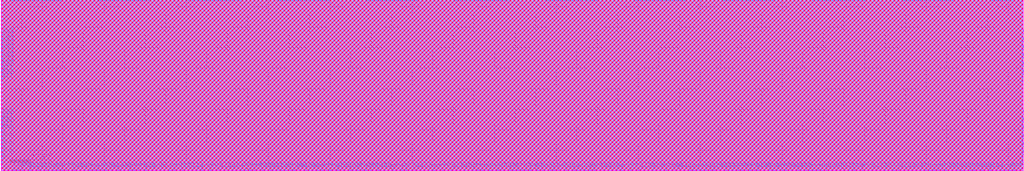
<source format=lef>
# 
#              Synchronous High Speed Single Port SRAM Compiler 
# 
#                    UMC 0.18um GenericII Logic Process
#    __________________________________________________________________________
# 
# 
#      (C) Copyright 2002-2009 Faraday Technology Corp. All Rights Reserved.
#    
#    This source code is an unpublished work belongs to Faraday Technology
#    Corp.  It is considered a trade secret and is not to be divulged or
#    used by parties who have not received written authorization from
#    Faraday Technology Corp.
#    
#    Faraday's home page can be found at:
#    http://www.faraday-tech.com/
#   
#       Module Name      : MEM_grayscale
#       Words            : 96
#       Bits             : 64
#       Byte-Write       : 1
#       Aspect Ratio     : 1
#       Output Loading   : 0.05  (pf)
#       Data Slew        : 0.02  (ns)
#       CK Slew          : 0.02  (ns)
#       Power Ring Width : 2  (um)
# 
# -----------------------------------------------------------------------------
# 
#       Library          : FSA0M_A
#       Memaker          : 200901.2.1
#       Date             : 2024/10/15 00:42:19
# 
# -----------------------------------------------------------------------------


NAMESCASESENSITIVE ON ;
MACRO MEM_grayscale
CLASS BLOCK ;
FOREIGN MEM_grayscale 0.000 0.000 ;
ORIGIN 0.000 0.000 ;
SIZE 994.480 BY 166.880 ;
SYMMETRY x y r90 ;
SITE core_5040 ;
PIN GND
  DIRECTION INOUT ;
  USE GROUND ;
  SHAPE ABUTMENT ;
 PORT
  LAYER metal4 ;
  RECT 993.360 129.700 994.480 132.940 ;
  LAYER metal3 ;
  RECT 993.360 129.700 994.480 132.940 ;
  LAYER metal2 ;
  RECT 993.360 129.700 994.480 132.940 ;
  LAYER metal1 ;
  RECT 993.360 129.700 994.480 132.940 ;
 END
 PORT
  LAYER metal4 ;
  RECT 993.360 121.860 994.480 125.100 ;
  LAYER metal3 ;
  RECT 993.360 121.860 994.480 125.100 ;
  LAYER metal2 ;
  RECT 993.360 121.860 994.480 125.100 ;
  LAYER metal1 ;
  RECT 993.360 121.860 994.480 125.100 ;
 END
 PORT
  LAYER metal4 ;
  RECT 993.360 114.020 994.480 117.260 ;
  LAYER metal3 ;
  RECT 993.360 114.020 994.480 117.260 ;
  LAYER metal2 ;
  RECT 993.360 114.020 994.480 117.260 ;
  LAYER metal1 ;
  RECT 993.360 114.020 994.480 117.260 ;
 END
 PORT
  LAYER metal4 ;
  RECT 993.360 106.180 994.480 109.420 ;
  LAYER metal3 ;
  RECT 993.360 106.180 994.480 109.420 ;
  LAYER metal2 ;
  RECT 993.360 106.180 994.480 109.420 ;
  LAYER metal1 ;
  RECT 993.360 106.180 994.480 109.420 ;
 END
 PORT
  LAYER metal4 ;
  RECT 993.360 98.340 994.480 101.580 ;
  LAYER metal3 ;
  RECT 993.360 98.340 994.480 101.580 ;
  LAYER metal2 ;
  RECT 993.360 98.340 994.480 101.580 ;
  LAYER metal1 ;
  RECT 993.360 98.340 994.480 101.580 ;
 END
 PORT
  LAYER metal4 ;
  RECT 993.360 90.500 994.480 93.740 ;
  LAYER metal3 ;
  RECT 993.360 90.500 994.480 93.740 ;
  LAYER metal2 ;
  RECT 993.360 90.500 994.480 93.740 ;
  LAYER metal1 ;
  RECT 993.360 90.500 994.480 93.740 ;
 END
 PORT
  LAYER metal4 ;
  RECT 993.360 51.300 994.480 54.540 ;
  LAYER metal3 ;
  RECT 993.360 51.300 994.480 54.540 ;
  LAYER metal2 ;
  RECT 993.360 51.300 994.480 54.540 ;
  LAYER metal1 ;
  RECT 993.360 51.300 994.480 54.540 ;
 END
 PORT
  LAYER metal4 ;
  RECT 993.360 43.460 994.480 46.700 ;
  LAYER metal3 ;
  RECT 993.360 43.460 994.480 46.700 ;
  LAYER metal2 ;
  RECT 993.360 43.460 994.480 46.700 ;
  LAYER metal1 ;
  RECT 993.360 43.460 994.480 46.700 ;
 END
 PORT
  LAYER metal4 ;
  RECT 993.360 35.620 994.480 38.860 ;
  LAYER metal3 ;
  RECT 993.360 35.620 994.480 38.860 ;
  LAYER metal2 ;
  RECT 993.360 35.620 994.480 38.860 ;
  LAYER metal1 ;
  RECT 993.360 35.620 994.480 38.860 ;
 END
 PORT
  LAYER metal4 ;
  RECT 993.360 27.780 994.480 31.020 ;
  LAYER metal3 ;
  RECT 993.360 27.780 994.480 31.020 ;
  LAYER metal2 ;
  RECT 993.360 27.780 994.480 31.020 ;
  LAYER metal1 ;
  RECT 993.360 27.780 994.480 31.020 ;
 END
 PORT
  LAYER metal4 ;
  RECT 993.360 19.940 994.480 23.180 ;
  LAYER metal3 ;
  RECT 993.360 19.940 994.480 23.180 ;
  LAYER metal2 ;
  RECT 993.360 19.940 994.480 23.180 ;
  LAYER metal1 ;
  RECT 993.360 19.940 994.480 23.180 ;
 END
 PORT
  LAYER metal4 ;
  RECT 993.360 12.100 994.480 15.340 ;
  LAYER metal3 ;
  RECT 993.360 12.100 994.480 15.340 ;
  LAYER metal2 ;
  RECT 993.360 12.100 994.480 15.340 ;
  LAYER metal1 ;
  RECT 993.360 12.100 994.480 15.340 ;
 END
 PORT
  LAYER metal4 ;
  RECT 0.000 129.700 1.120 132.940 ;
  LAYER metal3 ;
  RECT 0.000 129.700 1.120 132.940 ;
  LAYER metal2 ;
  RECT 0.000 129.700 1.120 132.940 ;
  LAYER metal1 ;
  RECT 0.000 129.700 1.120 132.940 ;
 END
 PORT
  LAYER metal4 ;
  RECT 0.000 121.860 1.120 125.100 ;
  LAYER metal3 ;
  RECT 0.000 121.860 1.120 125.100 ;
  LAYER metal2 ;
  RECT 0.000 121.860 1.120 125.100 ;
  LAYER metal1 ;
  RECT 0.000 121.860 1.120 125.100 ;
 END
 PORT
  LAYER metal4 ;
  RECT 0.000 114.020 1.120 117.260 ;
  LAYER metal3 ;
  RECT 0.000 114.020 1.120 117.260 ;
  LAYER metal2 ;
  RECT 0.000 114.020 1.120 117.260 ;
  LAYER metal1 ;
  RECT 0.000 114.020 1.120 117.260 ;
 END
 PORT
  LAYER metal4 ;
  RECT 0.000 106.180 1.120 109.420 ;
  LAYER metal3 ;
  RECT 0.000 106.180 1.120 109.420 ;
  LAYER metal2 ;
  RECT 0.000 106.180 1.120 109.420 ;
  LAYER metal1 ;
  RECT 0.000 106.180 1.120 109.420 ;
 END
 PORT
  LAYER metal4 ;
  RECT 0.000 98.340 1.120 101.580 ;
  LAYER metal3 ;
  RECT 0.000 98.340 1.120 101.580 ;
  LAYER metal2 ;
  RECT 0.000 98.340 1.120 101.580 ;
  LAYER metal1 ;
  RECT 0.000 98.340 1.120 101.580 ;
 END
 PORT
  LAYER metal4 ;
  RECT 0.000 90.500 1.120 93.740 ;
  LAYER metal3 ;
  RECT 0.000 90.500 1.120 93.740 ;
  LAYER metal2 ;
  RECT 0.000 90.500 1.120 93.740 ;
  LAYER metal1 ;
  RECT 0.000 90.500 1.120 93.740 ;
 END
 PORT
  LAYER metal4 ;
  RECT 0.000 51.300 1.120 54.540 ;
  LAYER metal3 ;
  RECT 0.000 51.300 1.120 54.540 ;
  LAYER metal2 ;
  RECT 0.000 51.300 1.120 54.540 ;
  LAYER metal1 ;
  RECT 0.000 51.300 1.120 54.540 ;
 END
 PORT
  LAYER metal4 ;
  RECT 0.000 43.460 1.120 46.700 ;
  LAYER metal3 ;
  RECT 0.000 43.460 1.120 46.700 ;
  LAYER metal2 ;
  RECT 0.000 43.460 1.120 46.700 ;
  LAYER metal1 ;
  RECT 0.000 43.460 1.120 46.700 ;
 END
 PORT
  LAYER metal4 ;
  RECT 0.000 35.620 1.120 38.860 ;
  LAYER metal3 ;
  RECT 0.000 35.620 1.120 38.860 ;
  LAYER metal2 ;
  RECT 0.000 35.620 1.120 38.860 ;
  LAYER metal1 ;
  RECT 0.000 35.620 1.120 38.860 ;
 END
 PORT
  LAYER metal4 ;
  RECT 0.000 27.780 1.120 31.020 ;
  LAYER metal3 ;
  RECT 0.000 27.780 1.120 31.020 ;
  LAYER metal2 ;
  RECT 0.000 27.780 1.120 31.020 ;
  LAYER metal1 ;
  RECT 0.000 27.780 1.120 31.020 ;
 END
 PORT
  LAYER metal4 ;
  RECT 0.000 19.940 1.120 23.180 ;
  LAYER metal3 ;
  RECT 0.000 19.940 1.120 23.180 ;
  LAYER metal2 ;
  RECT 0.000 19.940 1.120 23.180 ;
  LAYER metal1 ;
  RECT 0.000 19.940 1.120 23.180 ;
 END
 PORT
  LAYER metal4 ;
  RECT 0.000 12.100 1.120 15.340 ;
  LAYER metal3 ;
  RECT 0.000 12.100 1.120 15.340 ;
  LAYER metal2 ;
  RECT 0.000 12.100 1.120 15.340 ;
  LAYER metal1 ;
  RECT 0.000 12.100 1.120 15.340 ;
 END
 PORT
  LAYER metal4 ;
  RECT 975.660 165.760 979.200 166.880 ;
  LAYER metal3 ;
  RECT 975.660 165.760 979.200 166.880 ;
  LAYER metal2 ;
  RECT 975.660 165.760 979.200 166.880 ;
  LAYER metal1 ;
  RECT 975.660 165.760 979.200 166.880 ;
 END
 PORT
  LAYER metal4 ;
  RECT 966.980 165.760 970.520 166.880 ;
  LAYER metal3 ;
  RECT 966.980 165.760 970.520 166.880 ;
  LAYER metal2 ;
  RECT 966.980 165.760 970.520 166.880 ;
  LAYER metal1 ;
  RECT 966.980 165.760 970.520 166.880 ;
 END
 PORT
  LAYER metal4 ;
  RECT 923.580 165.760 927.120 166.880 ;
  LAYER metal3 ;
  RECT 923.580 165.760 927.120 166.880 ;
  LAYER metal2 ;
  RECT 923.580 165.760 927.120 166.880 ;
  LAYER metal1 ;
  RECT 923.580 165.760 927.120 166.880 ;
 END
 PORT
  LAYER metal4 ;
  RECT 914.900 165.760 918.440 166.880 ;
  LAYER metal3 ;
  RECT 914.900 165.760 918.440 166.880 ;
  LAYER metal2 ;
  RECT 914.900 165.760 918.440 166.880 ;
  LAYER metal1 ;
  RECT 914.900 165.760 918.440 166.880 ;
 END
 PORT
  LAYER metal4 ;
  RECT 906.220 165.760 909.760 166.880 ;
  LAYER metal3 ;
  RECT 906.220 165.760 909.760 166.880 ;
  LAYER metal2 ;
  RECT 906.220 165.760 909.760 166.880 ;
  LAYER metal1 ;
  RECT 906.220 165.760 909.760 166.880 ;
 END
 PORT
  LAYER metal4 ;
  RECT 897.540 165.760 901.080 166.880 ;
  LAYER metal3 ;
  RECT 897.540 165.760 901.080 166.880 ;
  LAYER metal2 ;
  RECT 897.540 165.760 901.080 166.880 ;
  LAYER metal1 ;
  RECT 897.540 165.760 901.080 166.880 ;
 END
 PORT
  LAYER metal4 ;
  RECT 888.860 165.760 892.400 166.880 ;
  LAYER metal3 ;
  RECT 888.860 165.760 892.400 166.880 ;
  LAYER metal2 ;
  RECT 888.860 165.760 892.400 166.880 ;
  LAYER metal1 ;
  RECT 888.860 165.760 892.400 166.880 ;
 END
 PORT
  LAYER metal4 ;
  RECT 880.180 165.760 883.720 166.880 ;
  LAYER metal3 ;
  RECT 880.180 165.760 883.720 166.880 ;
  LAYER metal2 ;
  RECT 880.180 165.760 883.720 166.880 ;
  LAYER metal1 ;
  RECT 880.180 165.760 883.720 166.880 ;
 END
 PORT
  LAYER metal4 ;
  RECT 836.780 165.760 840.320 166.880 ;
  LAYER metal3 ;
  RECT 836.780 165.760 840.320 166.880 ;
  LAYER metal2 ;
  RECT 836.780 165.760 840.320 166.880 ;
  LAYER metal1 ;
  RECT 836.780 165.760 840.320 166.880 ;
 END
 PORT
  LAYER metal4 ;
  RECT 828.100 165.760 831.640 166.880 ;
  LAYER metal3 ;
  RECT 828.100 165.760 831.640 166.880 ;
  LAYER metal2 ;
  RECT 828.100 165.760 831.640 166.880 ;
  LAYER metal1 ;
  RECT 828.100 165.760 831.640 166.880 ;
 END
 PORT
  LAYER metal4 ;
  RECT 819.420 165.760 822.960 166.880 ;
  LAYER metal3 ;
  RECT 819.420 165.760 822.960 166.880 ;
  LAYER metal2 ;
  RECT 819.420 165.760 822.960 166.880 ;
  LAYER metal1 ;
  RECT 819.420 165.760 822.960 166.880 ;
 END
 PORT
  LAYER metal4 ;
  RECT 810.740 165.760 814.280 166.880 ;
  LAYER metal3 ;
  RECT 810.740 165.760 814.280 166.880 ;
  LAYER metal2 ;
  RECT 810.740 165.760 814.280 166.880 ;
  LAYER metal1 ;
  RECT 810.740 165.760 814.280 166.880 ;
 END
 PORT
  LAYER metal4 ;
  RECT 802.060 165.760 805.600 166.880 ;
  LAYER metal3 ;
  RECT 802.060 165.760 805.600 166.880 ;
  LAYER metal2 ;
  RECT 802.060 165.760 805.600 166.880 ;
  LAYER metal1 ;
  RECT 802.060 165.760 805.600 166.880 ;
 END
 PORT
  LAYER metal4 ;
  RECT 793.380 165.760 796.920 166.880 ;
  LAYER metal3 ;
  RECT 793.380 165.760 796.920 166.880 ;
  LAYER metal2 ;
  RECT 793.380 165.760 796.920 166.880 ;
  LAYER metal1 ;
  RECT 793.380 165.760 796.920 166.880 ;
 END
 PORT
  LAYER metal4 ;
  RECT 749.980 165.760 753.520 166.880 ;
  LAYER metal3 ;
  RECT 749.980 165.760 753.520 166.880 ;
  LAYER metal2 ;
  RECT 749.980 165.760 753.520 166.880 ;
  LAYER metal1 ;
  RECT 749.980 165.760 753.520 166.880 ;
 END
 PORT
  LAYER metal4 ;
  RECT 741.300 165.760 744.840 166.880 ;
  LAYER metal3 ;
  RECT 741.300 165.760 744.840 166.880 ;
  LAYER metal2 ;
  RECT 741.300 165.760 744.840 166.880 ;
  LAYER metal1 ;
  RECT 741.300 165.760 744.840 166.880 ;
 END
 PORT
  LAYER metal4 ;
  RECT 732.620 165.760 736.160 166.880 ;
  LAYER metal3 ;
  RECT 732.620 165.760 736.160 166.880 ;
  LAYER metal2 ;
  RECT 732.620 165.760 736.160 166.880 ;
  LAYER metal1 ;
  RECT 732.620 165.760 736.160 166.880 ;
 END
 PORT
  LAYER metal4 ;
  RECT 723.940 165.760 727.480 166.880 ;
  LAYER metal3 ;
  RECT 723.940 165.760 727.480 166.880 ;
  LAYER metal2 ;
  RECT 723.940 165.760 727.480 166.880 ;
  LAYER metal1 ;
  RECT 723.940 165.760 727.480 166.880 ;
 END
 PORT
  LAYER metal4 ;
  RECT 715.260 165.760 718.800 166.880 ;
  LAYER metal3 ;
  RECT 715.260 165.760 718.800 166.880 ;
  LAYER metal2 ;
  RECT 715.260 165.760 718.800 166.880 ;
  LAYER metal1 ;
  RECT 715.260 165.760 718.800 166.880 ;
 END
 PORT
  LAYER metal4 ;
  RECT 706.580 165.760 710.120 166.880 ;
  LAYER metal3 ;
  RECT 706.580 165.760 710.120 166.880 ;
  LAYER metal2 ;
  RECT 706.580 165.760 710.120 166.880 ;
  LAYER metal1 ;
  RECT 706.580 165.760 710.120 166.880 ;
 END
 PORT
  LAYER metal4 ;
  RECT 663.180 165.760 666.720 166.880 ;
  LAYER metal3 ;
  RECT 663.180 165.760 666.720 166.880 ;
  LAYER metal2 ;
  RECT 663.180 165.760 666.720 166.880 ;
  LAYER metal1 ;
  RECT 663.180 165.760 666.720 166.880 ;
 END
 PORT
  LAYER metal4 ;
  RECT 654.500 165.760 658.040 166.880 ;
  LAYER metal3 ;
  RECT 654.500 165.760 658.040 166.880 ;
  LAYER metal2 ;
  RECT 654.500 165.760 658.040 166.880 ;
  LAYER metal1 ;
  RECT 654.500 165.760 658.040 166.880 ;
 END
 PORT
  LAYER metal4 ;
  RECT 645.820 165.760 649.360 166.880 ;
  LAYER metal3 ;
  RECT 645.820 165.760 649.360 166.880 ;
  LAYER metal2 ;
  RECT 645.820 165.760 649.360 166.880 ;
  LAYER metal1 ;
  RECT 645.820 165.760 649.360 166.880 ;
 END
 PORT
  LAYER metal4 ;
  RECT 637.140 165.760 640.680 166.880 ;
  LAYER metal3 ;
  RECT 637.140 165.760 640.680 166.880 ;
  LAYER metal2 ;
  RECT 637.140 165.760 640.680 166.880 ;
  LAYER metal1 ;
  RECT 637.140 165.760 640.680 166.880 ;
 END
 PORT
  LAYER metal4 ;
  RECT 628.460 165.760 632.000 166.880 ;
  LAYER metal3 ;
  RECT 628.460 165.760 632.000 166.880 ;
  LAYER metal2 ;
  RECT 628.460 165.760 632.000 166.880 ;
  LAYER metal1 ;
  RECT 628.460 165.760 632.000 166.880 ;
 END
 PORT
  LAYER metal4 ;
  RECT 619.780 165.760 623.320 166.880 ;
  LAYER metal3 ;
  RECT 619.780 165.760 623.320 166.880 ;
  LAYER metal2 ;
  RECT 619.780 165.760 623.320 166.880 ;
  LAYER metal1 ;
  RECT 619.780 165.760 623.320 166.880 ;
 END
 PORT
  LAYER metal4 ;
  RECT 576.380 165.760 579.920 166.880 ;
  LAYER metal3 ;
  RECT 576.380 165.760 579.920 166.880 ;
  LAYER metal2 ;
  RECT 576.380 165.760 579.920 166.880 ;
  LAYER metal1 ;
  RECT 576.380 165.760 579.920 166.880 ;
 END
 PORT
  LAYER metal4 ;
  RECT 567.700 165.760 571.240 166.880 ;
  LAYER metal3 ;
  RECT 567.700 165.760 571.240 166.880 ;
  LAYER metal2 ;
  RECT 567.700 165.760 571.240 166.880 ;
  LAYER metal1 ;
  RECT 567.700 165.760 571.240 166.880 ;
 END
 PORT
  LAYER metal4 ;
  RECT 559.020 165.760 562.560 166.880 ;
  LAYER metal3 ;
  RECT 559.020 165.760 562.560 166.880 ;
  LAYER metal2 ;
  RECT 559.020 165.760 562.560 166.880 ;
  LAYER metal1 ;
  RECT 559.020 165.760 562.560 166.880 ;
 END
 PORT
  LAYER metal4 ;
  RECT 550.340 165.760 553.880 166.880 ;
  LAYER metal3 ;
  RECT 550.340 165.760 553.880 166.880 ;
  LAYER metal2 ;
  RECT 550.340 165.760 553.880 166.880 ;
  LAYER metal1 ;
  RECT 550.340 165.760 553.880 166.880 ;
 END
 PORT
  LAYER metal4 ;
  RECT 541.660 165.760 545.200 166.880 ;
  LAYER metal3 ;
  RECT 541.660 165.760 545.200 166.880 ;
  LAYER metal2 ;
  RECT 541.660 165.760 545.200 166.880 ;
  LAYER metal1 ;
  RECT 541.660 165.760 545.200 166.880 ;
 END
 PORT
  LAYER metal4 ;
  RECT 532.980 165.760 536.520 166.880 ;
  LAYER metal3 ;
  RECT 532.980 165.760 536.520 166.880 ;
  LAYER metal2 ;
  RECT 532.980 165.760 536.520 166.880 ;
  LAYER metal1 ;
  RECT 532.980 165.760 536.520 166.880 ;
 END
 PORT
  LAYER metal4 ;
  RECT 489.580 165.760 493.120 166.880 ;
  LAYER metal3 ;
  RECT 489.580 165.760 493.120 166.880 ;
  LAYER metal2 ;
  RECT 489.580 165.760 493.120 166.880 ;
  LAYER metal1 ;
  RECT 489.580 165.760 493.120 166.880 ;
 END
 PORT
  LAYER metal4 ;
  RECT 480.900 165.760 484.440 166.880 ;
  LAYER metal3 ;
  RECT 480.900 165.760 484.440 166.880 ;
  LAYER metal2 ;
  RECT 480.900 165.760 484.440 166.880 ;
  LAYER metal1 ;
  RECT 480.900 165.760 484.440 166.880 ;
 END
 PORT
  LAYER metal4 ;
  RECT 472.220 165.760 475.760 166.880 ;
  LAYER metal3 ;
  RECT 472.220 165.760 475.760 166.880 ;
  LAYER metal2 ;
  RECT 472.220 165.760 475.760 166.880 ;
  LAYER metal1 ;
  RECT 472.220 165.760 475.760 166.880 ;
 END
 PORT
  LAYER metal4 ;
  RECT 463.540 165.760 467.080 166.880 ;
  LAYER metal3 ;
  RECT 463.540 165.760 467.080 166.880 ;
  LAYER metal2 ;
  RECT 463.540 165.760 467.080 166.880 ;
  LAYER metal1 ;
  RECT 463.540 165.760 467.080 166.880 ;
 END
 PORT
  LAYER metal4 ;
  RECT 454.860 165.760 458.400 166.880 ;
  LAYER metal3 ;
  RECT 454.860 165.760 458.400 166.880 ;
  LAYER metal2 ;
  RECT 454.860 165.760 458.400 166.880 ;
  LAYER metal1 ;
  RECT 454.860 165.760 458.400 166.880 ;
 END
 PORT
  LAYER metal4 ;
  RECT 446.180 165.760 449.720 166.880 ;
  LAYER metal3 ;
  RECT 446.180 165.760 449.720 166.880 ;
  LAYER metal2 ;
  RECT 446.180 165.760 449.720 166.880 ;
  LAYER metal1 ;
  RECT 446.180 165.760 449.720 166.880 ;
 END
 PORT
  LAYER metal4 ;
  RECT 402.780 165.760 406.320 166.880 ;
  LAYER metal3 ;
  RECT 402.780 165.760 406.320 166.880 ;
  LAYER metal2 ;
  RECT 402.780 165.760 406.320 166.880 ;
  LAYER metal1 ;
  RECT 402.780 165.760 406.320 166.880 ;
 END
 PORT
  LAYER metal4 ;
  RECT 394.100 165.760 397.640 166.880 ;
  LAYER metal3 ;
  RECT 394.100 165.760 397.640 166.880 ;
  LAYER metal2 ;
  RECT 394.100 165.760 397.640 166.880 ;
  LAYER metal1 ;
  RECT 394.100 165.760 397.640 166.880 ;
 END
 PORT
  LAYER metal4 ;
  RECT 385.420 165.760 388.960 166.880 ;
  LAYER metal3 ;
  RECT 385.420 165.760 388.960 166.880 ;
  LAYER metal2 ;
  RECT 385.420 165.760 388.960 166.880 ;
  LAYER metal1 ;
  RECT 385.420 165.760 388.960 166.880 ;
 END
 PORT
  LAYER metal4 ;
  RECT 376.740 165.760 380.280 166.880 ;
  LAYER metal3 ;
  RECT 376.740 165.760 380.280 166.880 ;
  LAYER metal2 ;
  RECT 376.740 165.760 380.280 166.880 ;
  LAYER metal1 ;
  RECT 376.740 165.760 380.280 166.880 ;
 END
 PORT
  LAYER metal4 ;
  RECT 368.060 165.760 371.600 166.880 ;
  LAYER metal3 ;
  RECT 368.060 165.760 371.600 166.880 ;
  LAYER metal2 ;
  RECT 368.060 165.760 371.600 166.880 ;
  LAYER metal1 ;
  RECT 368.060 165.760 371.600 166.880 ;
 END
 PORT
  LAYER metal4 ;
  RECT 359.380 165.760 362.920 166.880 ;
  LAYER metal3 ;
  RECT 359.380 165.760 362.920 166.880 ;
  LAYER metal2 ;
  RECT 359.380 165.760 362.920 166.880 ;
  LAYER metal1 ;
  RECT 359.380 165.760 362.920 166.880 ;
 END
 PORT
  LAYER metal4 ;
  RECT 315.980 165.760 319.520 166.880 ;
  LAYER metal3 ;
  RECT 315.980 165.760 319.520 166.880 ;
  LAYER metal2 ;
  RECT 315.980 165.760 319.520 166.880 ;
  LAYER metal1 ;
  RECT 315.980 165.760 319.520 166.880 ;
 END
 PORT
  LAYER metal4 ;
  RECT 307.300 165.760 310.840 166.880 ;
  LAYER metal3 ;
  RECT 307.300 165.760 310.840 166.880 ;
  LAYER metal2 ;
  RECT 307.300 165.760 310.840 166.880 ;
  LAYER metal1 ;
  RECT 307.300 165.760 310.840 166.880 ;
 END
 PORT
  LAYER metal4 ;
  RECT 298.620 165.760 302.160 166.880 ;
  LAYER metal3 ;
  RECT 298.620 165.760 302.160 166.880 ;
  LAYER metal2 ;
  RECT 298.620 165.760 302.160 166.880 ;
  LAYER metal1 ;
  RECT 298.620 165.760 302.160 166.880 ;
 END
 PORT
  LAYER metal4 ;
  RECT 289.940 165.760 293.480 166.880 ;
  LAYER metal3 ;
  RECT 289.940 165.760 293.480 166.880 ;
  LAYER metal2 ;
  RECT 289.940 165.760 293.480 166.880 ;
  LAYER metal1 ;
  RECT 289.940 165.760 293.480 166.880 ;
 END
 PORT
  LAYER metal4 ;
  RECT 281.260 165.760 284.800 166.880 ;
  LAYER metal3 ;
  RECT 281.260 165.760 284.800 166.880 ;
  LAYER metal2 ;
  RECT 281.260 165.760 284.800 166.880 ;
  LAYER metal1 ;
  RECT 281.260 165.760 284.800 166.880 ;
 END
 PORT
  LAYER metal4 ;
  RECT 272.580 165.760 276.120 166.880 ;
  LAYER metal3 ;
  RECT 272.580 165.760 276.120 166.880 ;
  LAYER metal2 ;
  RECT 272.580 165.760 276.120 166.880 ;
  LAYER metal1 ;
  RECT 272.580 165.760 276.120 166.880 ;
 END
 PORT
  LAYER metal4 ;
  RECT 229.180 165.760 232.720 166.880 ;
  LAYER metal3 ;
  RECT 229.180 165.760 232.720 166.880 ;
  LAYER metal2 ;
  RECT 229.180 165.760 232.720 166.880 ;
  LAYER metal1 ;
  RECT 229.180 165.760 232.720 166.880 ;
 END
 PORT
  LAYER metal4 ;
  RECT 220.500 165.760 224.040 166.880 ;
  LAYER metal3 ;
  RECT 220.500 165.760 224.040 166.880 ;
  LAYER metal2 ;
  RECT 220.500 165.760 224.040 166.880 ;
  LAYER metal1 ;
  RECT 220.500 165.760 224.040 166.880 ;
 END
 PORT
  LAYER metal4 ;
  RECT 211.820 165.760 215.360 166.880 ;
  LAYER metal3 ;
  RECT 211.820 165.760 215.360 166.880 ;
  LAYER metal2 ;
  RECT 211.820 165.760 215.360 166.880 ;
  LAYER metal1 ;
  RECT 211.820 165.760 215.360 166.880 ;
 END
 PORT
  LAYER metal4 ;
  RECT 203.140 165.760 206.680 166.880 ;
  LAYER metal3 ;
  RECT 203.140 165.760 206.680 166.880 ;
  LAYER metal2 ;
  RECT 203.140 165.760 206.680 166.880 ;
  LAYER metal1 ;
  RECT 203.140 165.760 206.680 166.880 ;
 END
 PORT
  LAYER metal4 ;
  RECT 194.460 165.760 198.000 166.880 ;
  LAYER metal3 ;
  RECT 194.460 165.760 198.000 166.880 ;
  LAYER metal2 ;
  RECT 194.460 165.760 198.000 166.880 ;
  LAYER metal1 ;
  RECT 194.460 165.760 198.000 166.880 ;
 END
 PORT
  LAYER metal4 ;
  RECT 185.780 165.760 189.320 166.880 ;
  LAYER metal3 ;
  RECT 185.780 165.760 189.320 166.880 ;
  LAYER metal2 ;
  RECT 185.780 165.760 189.320 166.880 ;
  LAYER metal1 ;
  RECT 185.780 165.760 189.320 166.880 ;
 END
 PORT
  LAYER metal4 ;
  RECT 142.380 165.760 145.920 166.880 ;
  LAYER metal3 ;
  RECT 142.380 165.760 145.920 166.880 ;
  LAYER metal2 ;
  RECT 142.380 165.760 145.920 166.880 ;
  LAYER metal1 ;
  RECT 142.380 165.760 145.920 166.880 ;
 END
 PORT
  LAYER metal4 ;
  RECT 133.700 165.760 137.240 166.880 ;
  LAYER metal3 ;
  RECT 133.700 165.760 137.240 166.880 ;
  LAYER metal2 ;
  RECT 133.700 165.760 137.240 166.880 ;
  LAYER metal1 ;
  RECT 133.700 165.760 137.240 166.880 ;
 END
 PORT
  LAYER metal4 ;
  RECT 125.020 165.760 128.560 166.880 ;
  LAYER metal3 ;
  RECT 125.020 165.760 128.560 166.880 ;
  LAYER metal2 ;
  RECT 125.020 165.760 128.560 166.880 ;
  LAYER metal1 ;
  RECT 125.020 165.760 128.560 166.880 ;
 END
 PORT
  LAYER metal4 ;
  RECT 116.340 165.760 119.880 166.880 ;
  LAYER metal3 ;
  RECT 116.340 165.760 119.880 166.880 ;
  LAYER metal2 ;
  RECT 116.340 165.760 119.880 166.880 ;
  LAYER metal1 ;
  RECT 116.340 165.760 119.880 166.880 ;
 END
 PORT
  LAYER metal4 ;
  RECT 107.660 165.760 111.200 166.880 ;
  LAYER metal3 ;
  RECT 107.660 165.760 111.200 166.880 ;
  LAYER metal2 ;
  RECT 107.660 165.760 111.200 166.880 ;
  LAYER metal1 ;
  RECT 107.660 165.760 111.200 166.880 ;
 END
 PORT
  LAYER metal4 ;
  RECT 98.980 165.760 102.520 166.880 ;
  LAYER metal3 ;
  RECT 98.980 165.760 102.520 166.880 ;
  LAYER metal2 ;
  RECT 98.980 165.760 102.520 166.880 ;
  LAYER metal1 ;
  RECT 98.980 165.760 102.520 166.880 ;
 END
 PORT
  LAYER metal4 ;
  RECT 55.580 165.760 59.120 166.880 ;
  LAYER metal3 ;
  RECT 55.580 165.760 59.120 166.880 ;
  LAYER metal2 ;
  RECT 55.580 165.760 59.120 166.880 ;
  LAYER metal1 ;
  RECT 55.580 165.760 59.120 166.880 ;
 END
 PORT
  LAYER metal4 ;
  RECT 46.900 165.760 50.440 166.880 ;
  LAYER metal3 ;
  RECT 46.900 165.760 50.440 166.880 ;
  LAYER metal2 ;
  RECT 46.900 165.760 50.440 166.880 ;
  LAYER metal1 ;
  RECT 46.900 165.760 50.440 166.880 ;
 END
 PORT
  LAYER metal4 ;
  RECT 38.220 165.760 41.760 166.880 ;
  LAYER metal3 ;
  RECT 38.220 165.760 41.760 166.880 ;
  LAYER metal2 ;
  RECT 38.220 165.760 41.760 166.880 ;
  LAYER metal1 ;
  RECT 38.220 165.760 41.760 166.880 ;
 END
 PORT
  LAYER metal4 ;
  RECT 29.540 165.760 33.080 166.880 ;
  LAYER metal3 ;
  RECT 29.540 165.760 33.080 166.880 ;
  LAYER metal2 ;
  RECT 29.540 165.760 33.080 166.880 ;
  LAYER metal1 ;
  RECT 29.540 165.760 33.080 166.880 ;
 END
 PORT
  LAYER metal4 ;
  RECT 20.860 165.760 24.400 166.880 ;
  LAYER metal3 ;
  RECT 20.860 165.760 24.400 166.880 ;
  LAYER metal2 ;
  RECT 20.860 165.760 24.400 166.880 ;
  LAYER metal1 ;
  RECT 20.860 165.760 24.400 166.880 ;
 END
 PORT
  LAYER metal4 ;
  RECT 12.180 165.760 15.720 166.880 ;
  LAYER metal3 ;
  RECT 12.180 165.760 15.720 166.880 ;
  LAYER metal2 ;
  RECT 12.180 165.760 15.720 166.880 ;
  LAYER metal1 ;
  RECT 12.180 165.760 15.720 166.880 ;
 END
 PORT
  LAYER metal4 ;
  RECT 975.040 0.000 978.580 1.120 ;
  LAYER metal3 ;
  RECT 975.040 0.000 978.580 1.120 ;
  LAYER metal2 ;
  RECT 975.040 0.000 978.580 1.120 ;
  LAYER metal1 ;
  RECT 975.040 0.000 978.580 1.120 ;
 END
 PORT
  LAYER metal4 ;
  RECT 953.340 0.000 956.880 1.120 ;
  LAYER metal3 ;
  RECT 953.340 0.000 956.880 1.120 ;
  LAYER metal2 ;
  RECT 953.340 0.000 956.880 1.120 ;
  LAYER metal1 ;
  RECT 953.340 0.000 956.880 1.120 ;
 END
 PORT
  LAYER metal4 ;
  RECT 931.640 0.000 935.180 1.120 ;
  LAYER metal3 ;
  RECT 931.640 0.000 935.180 1.120 ;
  LAYER metal2 ;
  RECT 931.640 0.000 935.180 1.120 ;
  LAYER metal1 ;
  RECT 931.640 0.000 935.180 1.120 ;
 END
 PORT
  LAYER metal4 ;
  RECT 904.980 0.000 908.520 1.120 ;
  LAYER metal3 ;
  RECT 904.980 0.000 908.520 1.120 ;
  LAYER metal2 ;
  RECT 904.980 0.000 908.520 1.120 ;
  LAYER metal1 ;
  RECT 904.980 0.000 908.520 1.120 ;
 END
 PORT
  LAYER metal4 ;
  RECT 792.140 0.000 795.680 1.120 ;
  LAYER metal3 ;
  RECT 792.140 0.000 795.680 1.120 ;
  LAYER metal2 ;
  RECT 792.140 0.000 795.680 1.120 ;
  LAYER metal1 ;
  RECT 792.140 0.000 795.680 1.120 ;
 END
 PORT
  LAYER metal4 ;
  RECT 775.400 0.000 778.940 1.120 ;
  LAYER metal3 ;
  RECT 775.400 0.000 778.940 1.120 ;
  LAYER metal2 ;
  RECT 775.400 0.000 778.940 1.120 ;
  LAYER metal1 ;
  RECT 775.400 0.000 778.940 1.120 ;
 END
 PORT
  LAYER metal4 ;
  RECT 748.740 0.000 752.280 1.120 ;
  LAYER metal3 ;
  RECT 748.740 0.000 752.280 1.120 ;
  LAYER metal2 ;
  RECT 748.740 0.000 752.280 1.120 ;
  LAYER metal1 ;
  RECT 748.740 0.000 752.280 1.120 ;
 END
 PORT
  LAYER metal4 ;
  RECT 727.040 0.000 730.580 1.120 ;
  LAYER metal3 ;
  RECT 727.040 0.000 730.580 1.120 ;
  LAYER metal2 ;
  RECT 727.040 0.000 730.580 1.120 ;
  LAYER metal1 ;
  RECT 727.040 0.000 730.580 1.120 ;
 END
 PORT
  LAYER metal4 ;
  RECT 705.340 0.000 708.880 1.120 ;
  LAYER metal3 ;
  RECT 705.340 0.000 708.880 1.120 ;
  LAYER metal2 ;
  RECT 705.340 0.000 708.880 1.120 ;
  LAYER metal1 ;
  RECT 705.340 0.000 708.880 1.120 ;
 END
 PORT
  LAYER metal4 ;
  RECT 678.680 0.000 682.220 1.120 ;
  LAYER metal3 ;
  RECT 678.680 0.000 682.220 1.120 ;
  LAYER metal2 ;
  RECT 678.680 0.000 682.220 1.120 ;
  LAYER metal1 ;
  RECT 678.680 0.000 682.220 1.120 ;
 END
 PORT
  LAYER metal4 ;
  RECT 565.840 0.000 569.380 1.120 ;
  LAYER metal3 ;
  RECT 565.840 0.000 569.380 1.120 ;
  LAYER metal2 ;
  RECT 565.840 0.000 569.380 1.120 ;
  LAYER metal1 ;
  RECT 565.840 0.000 569.380 1.120 ;
 END
 PORT
  LAYER metal4 ;
  RECT 549.100 0.000 552.640 1.120 ;
  LAYER metal3 ;
  RECT 549.100 0.000 552.640 1.120 ;
  LAYER metal2 ;
  RECT 549.100 0.000 552.640 1.120 ;
  LAYER metal1 ;
  RECT 549.100 0.000 552.640 1.120 ;
 END
 PORT
  LAYER metal4 ;
  RECT 513.140 0.000 516.680 1.120 ;
  LAYER metal3 ;
  RECT 513.140 0.000 516.680 1.120 ;
  LAYER metal2 ;
  RECT 513.140 0.000 516.680 1.120 ;
  LAYER metal1 ;
  RECT 513.140 0.000 516.680 1.120 ;
 END
 PORT
  LAYER metal4 ;
  RECT 504.460 0.000 508.000 1.120 ;
  LAYER metal3 ;
  RECT 504.460 0.000 508.000 1.120 ;
  LAYER metal2 ;
  RECT 504.460 0.000 508.000 1.120 ;
  LAYER metal1 ;
  RECT 504.460 0.000 508.000 1.120 ;
 END
 PORT
  LAYER metal4 ;
  RECT 482.760 0.000 486.300 1.120 ;
  LAYER metal3 ;
  RECT 482.760 0.000 486.300 1.120 ;
  LAYER metal2 ;
  RECT 482.760 0.000 486.300 1.120 ;
  LAYER metal1 ;
  RECT 482.760 0.000 486.300 1.120 ;
 END
 PORT
  LAYER metal4 ;
  RECT 465.400 0.000 468.940 1.120 ;
  LAYER metal3 ;
  RECT 465.400 0.000 468.940 1.120 ;
  LAYER metal2 ;
  RECT 465.400 0.000 468.940 1.120 ;
  LAYER metal1 ;
  RECT 465.400 0.000 468.940 1.120 ;
 END
 PORT
  LAYER metal4 ;
  RECT 366.200 0.000 369.740 1.120 ;
  LAYER metal3 ;
  RECT 366.200 0.000 369.740 1.120 ;
  LAYER metal2 ;
  RECT 366.200 0.000 369.740 1.120 ;
  LAYER metal1 ;
  RECT 366.200 0.000 369.740 1.120 ;
 END
 PORT
  LAYER metal4 ;
  RECT 339.540 0.000 343.080 1.120 ;
  LAYER metal3 ;
  RECT 339.540 0.000 343.080 1.120 ;
  LAYER metal2 ;
  RECT 339.540 0.000 343.080 1.120 ;
  LAYER metal1 ;
  RECT 339.540 0.000 343.080 1.120 ;
 END
 PORT
  LAYER metal4 ;
  RECT 318.460 0.000 322.000 1.120 ;
  LAYER metal3 ;
  RECT 318.460 0.000 322.000 1.120 ;
  LAYER metal2 ;
  RECT 318.460 0.000 322.000 1.120 ;
  LAYER metal1 ;
  RECT 318.460 0.000 322.000 1.120 ;
 END
 PORT
  LAYER metal4 ;
  RECT 296.760 0.000 300.300 1.120 ;
  LAYER metal3 ;
  RECT 296.760 0.000 300.300 1.120 ;
  LAYER metal2 ;
  RECT 296.760 0.000 300.300 1.120 ;
  LAYER metal1 ;
  RECT 296.760 0.000 300.300 1.120 ;
 END
 PORT
  LAYER metal4 ;
  RECT 270.100 0.000 273.640 1.120 ;
  LAYER metal3 ;
  RECT 270.100 0.000 273.640 1.120 ;
  LAYER metal2 ;
  RECT 270.100 0.000 273.640 1.120 ;
  LAYER metal1 ;
  RECT 270.100 0.000 273.640 1.120 ;
 END
 PORT
  LAYER metal4 ;
  RECT 253.360 0.000 256.900 1.120 ;
  LAYER metal3 ;
  RECT 253.360 0.000 256.900 1.120 ;
  LAYER metal2 ;
  RECT 253.360 0.000 256.900 1.120 ;
  LAYER metal1 ;
  RECT 253.360 0.000 256.900 1.120 ;
 END
 PORT
  LAYER metal4 ;
  RECT 139.900 0.000 143.440 1.120 ;
  LAYER metal3 ;
  RECT 139.900 0.000 143.440 1.120 ;
  LAYER metal2 ;
  RECT 139.900 0.000 143.440 1.120 ;
  LAYER metal1 ;
  RECT 139.900 0.000 143.440 1.120 ;
 END
 PORT
  LAYER metal4 ;
  RECT 113.860 0.000 117.400 1.120 ;
  LAYER metal3 ;
  RECT 113.860 0.000 117.400 1.120 ;
  LAYER metal2 ;
  RECT 113.860 0.000 117.400 1.120 ;
  LAYER metal1 ;
  RECT 113.860 0.000 117.400 1.120 ;
 END
 PORT
  LAYER metal4 ;
  RECT 92.160 0.000 95.700 1.120 ;
  LAYER metal3 ;
  RECT 92.160 0.000 95.700 1.120 ;
  LAYER metal2 ;
  RECT 92.160 0.000 95.700 1.120 ;
  LAYER metal1 ;
  RECT 92.160 0.000 95.700 1.120 ;
 END
 PORT
  LAYER metal4 ;
  RECT 70.460 0.000 74.000 1.120 ;
  LAYER metal3 ;
  RECT 70.460 0.000 74.000 1.120 ;
  LAYER metal2 ;
  RECT 70.460 0.000 74.000 1.120 ;
  LAYER metal1 ;
  RECT 70.460 0.000 74.000 1.120 ;
 END
 PORT
  LAYER metal4 ;
  RECT 43.800 0.000 47.340 1.120 ;
  LAYER metal3 ;
  RECT 43.800 0.000 47.340 1.120 ;
  LAYER metal2 ;
  RECT 43.800 0.000 47.340 1.120 ;
  LAYER metal1 ;
  RECT 43.800 0.000 47.340 1.120 ;
 END
 PORT
  LAYER metal4 ;
  RECT 27.060 0.000 30.600 1.120 ;
  LAYER metal3 ;
  RECT 27.060 0.000 30.600 1.120 ;
  LAYER metal2 ;
  RECT 27.060 0.000 30.600 1.120 ;
  LAYER metal1 ;
  RECT 27.060 0.000 30.600 1.120 ;
 END
END GND
PIN VCC
  DIRECTION INOUT ;
  USE POWER ;
  SHAPE ABUTMENT ;
 PORT
  LAYER metal4 ;
  RECT 993.360 125.780 994.480 129.020 ;
  LAYER metal3 ;
  RECT 993.360 125.780 994.480 129.020 ;
  LAYER metal2 ;
  RECT 993.360 125.780 994.480 129.020 ;
  LAYER metal1 ;
  RECT 993.360 125.780 994.480 129.020 ;
 END
 PORT
  LAYER metal4 ;
  RECT 993.360 117.940 994.480 121.180 ;
  LAYER metal3 ;
  RECT 993.360 117.940 994.480 121.180 ;
  LAYER metal2 ;
  RECT 993.360 117.940 994.480 121.180 ;
  LAYER metal1 ;
  RECT 993.360 117.940 994.480 121.180 ;
 END
 PORT
  LAYER metal4 ;
  RECT 993.360 110.100 994.480 113.340 ;
  LAYER metal3 ;
  RECT 993.360 110.100 994.480 113.340 ;
  LAYER metal2 ;
  RECT 993.360 110.100 994.480 113.340 ;
  LAYER metal1 ;
  RECT 993.360 110.100 994.480 113.340 ;
 END
 PORT
  LAYER metal4 ;
  RECT 993.360 102.260 994.480 105.500 ;
  LAYER metal3 ;
  RECT 993.360 102.260 994.480 105.500 ;
  LAYER metal2 ;
  RECT 993.360 102.260 994.480 105.500 ;
  LAYER metal1 ;
  RECT 993.360 102.260 994.480 105.500 ;
 END
 PORT
  LAYER metal4 ;
  RECT 993.360 94.420 994.480 97.660 ;
  LAYER metal3 ;
  RECT 993.360 94.420 994.480 97.660 ;
  LAYER metal2 ;
  RECT 993.360 94.420 994.480 97.660 ;
  LAYER metal1 ;
  RECT 993.360 94.420 994.480 97.660 ;
 END
 PORT
  LAYER metal4 ;
  RECT 993.360 86.580 994.480 89.820 ;
  LAYER metal3 ;
  RECT 993.360 86.580 994.480 89.820 ;
  LAYER metal2 ;
  RECT 993.360 86.580 994.480 89.820 ;
  LAYER metal1 ;
  RECT 993.360 86.580 994.480 89.820 ;
 END
 PORT
  LAYER metal4 ;
  RECT 993.360 47.380 994.480 50.620 ;
  LAYER metal3 ;
  RECT 993.360 47.380 994.480 50.620 ;
  LAYER metal2 ;
  RECT 993.360 47.380 994.480 50.620 ;
  LAYER metal1 ;
  RECT 993.360 47.380 994.480 50.620 ;
 END
 PORT
  LAYER metal4 ;
  RECT 993.360 39.540 994.480 42.780 ;
  LAYER metal3 ;
  RECT 993.360 39.540 994.480 42.780 ;
  LAYER metal2 ;
  RECT 993.360 39.540 994.480 42.780 ;
  LAYER metal1 ;
  RECT 993.360 39.540 994.480 42.780 ;
 END
 PORT
  LAYER metal4 ;
  RECT 993.360 31.700 994.480 34.940 ;
  LAYER metal3 ;
  RECT 993.360 31.700 994.480 34.940 ;
  LAYER metal2 ;
  RECT 993.360 31.700 994.480 34.940 ;
  LAYER metal1 ;
  RECT 993.360 31.700 994.480 34.940 ;
 END
 PORT
  LAYER metal4 ;
  RECT 993.360 23.860 994.480 27.100 ;
  LAYER metal3 ;
  RECT 993.360 23.860 994.480 27.100 ;
  LAYER metal2 ;
  RECT 993.360 23.860 994.480 27.100 ;
  LAYER metal1 ;
  RECT 993.360 23.860 994.480 27.100 ;
 END
 PORT
  LAYER metal4 ;
  RECT 993.360 16.020 994.480 19.260 ;
  LAYER metal3 ;
  RECT 993.360 16.020 994.480 19.260 ;
  LAYER metal2 ;
  RECT 993.360 16.020 994.480 19.260 ;
  LAYER metal1 ;
  RECT 993.360 16.020 994.480 19.260 ;
 END
 PORT
  LAYER metal4 ;
  RECT 993.360 8.180 994.480 11.420 ;
  LAYER metal3 ;
  RECT 993.360 8.180 994.480 11.420 ;
  LAYER metal2 ;
  RECT 993.360 8.180 994.480 11.420 ;
  LAYER metal1 ;
  RECT 993.360 8.180 994.480 11.420 ;
 END
 PORT
  LAYER metal4 ;
  RECT 0.000 125.780 1.120 129.020 ;
  LAYER metal3 ;
  RECT 0.000 125.780 1.120 129.020 ;
  LAYER metal2 ;
  RECT 0.000 125.780 1.120 129.020 ;
  LAYER metal1 ;
  RECT 0.000 125.780 1.120 129.020 ;
 END
 PORT
  LAYER metal4 ;
  RECT 0.000 117.940 1.120 121.180 ;
  LAYER metal3 ;
  RECT 0.000 117.940 1.120 121.180 ;
  LAYER metal2 ;
  RECT 0.000 117.940 1.120 121.180 ;
  LAYER metal1 ;
  RECT 0.000 117.940 1.120 121.180 ;
 END
 PORT
  LAYER metal4 ;
  RECT 0.000 110.100 1.120 113.340 ;
  LAYER metal3 ;
  RECT 0.000 110.100 1.120 113.340 ;
  LAYER metal2 ;
  RECT 0.000 110.100 1.120 113.340 ;
  LAYER metal1 ;
  RECT 0.000 110.100 1.120 113.340 ;
 END
 PORT
  LAYER metal4 ;
  RECT 0.000 102.260 1.120 105.500 ;
  LAYER metal3 ;
  RECT 0.000 102.260 1.120 105.500 ;
  LAYER metal2 ;
  RECT 0.000 102.260 1.120 105.500 ;
  LAYER metal1 ;
  RECT 0.000 102.260 1.120 105.500 ;
 END
 PORT
  LAYER metal4 ;
  RECT 0.000 94.420 1.120 97.660 ;
  LAYER metal3 ;
  RECT 0.000 94.420 1.120 97.660 ;
  LAYER metal2 ;
  RECT 0.000 94.420 1.120 97.660 ;
  LAYER metal1 ;
  RECT 0.000 94.420 1.120 97.660 ;
 END
 PORT
  LAYER metal4 ;
  RECT 0.000 86.580 1.120 89.820 ;
  LAYER metal3 ;
  RECT 0.000 86.580 1.120 89.820 ;
  LAYER metal2 ;
  RECT 0.000 86.580 1.120 89.820 ;
  LAYER metal1 ;
  RECT 0.000 86.580 1.120 89.820 ;
 END
 PORT
  LAYER metal4 ;
  RECT 0.000 47.380 1.120 50.620 ;
  LAYER metal3 ;
  RECT 0.000 47.380 1.120 50.620 ;
  LAYER metal2 ;
  RECT 0.000 47.380 1.120 50.620 ;
  LAYER metal1 ;
  RECT 0.000 47.380 1.120 50.620 ;
 END
 PORT
  LAYER metal4 ;
  RECT 0.000 39.540 1.120 42.780 ;
  LAYER metal3 ;
  RECT 0.000 39.540 1.120 42.780 ;
  LAYER metal2 ;
  RECT 0.000 39.540 1.120 42.780 ;
  LAYER metal1 ;
  RECT 0.000 39.540 1.120 42.780 ;
 END
 PORT
  LAYER metal4 ;
  RECT 0.000 31.700 1.120 34.940 ;
  LAYER metal3 ;
  RECT 0.000 31.700 1.120 34.940 ;
  LAYER metal2 ;
  RECT 0.000 31.700 1.120 34.940 ;
  LAYER metal1 ;
  RECT 0.000 31.700 1.120 34.940 ;
 END
 PORT
  LAYER metal4 ;
  RECT 0.000 23.860 1.120 27.100 ;
  LAYER metal3 ;
  RECT 0.000 23.860 1.120 27.100 ;
  LAYER metal2 ;
  RECT 0.000 23.860 1.120 27.100 ;
  LAYER metal1 ;
  RECT 0.000 23.860 1.120 27.100 ;
 END
 PORT
  LAYER metal4 ;
  RECT 0.000 16.020 1.120 19.260 ;
  LAYER metal3 ;
  RECT 0.000 16.020 1.120 19.260 ;
  LAYER metal2 ;
  RECT 0.000 16.020 1.120 19.260 ;
  LAYER metal1 ;
  RECT 0.000 16.020 1.120 19.260 ;
 END
 PORT
  LAYER metal4 ;
  RECT 0.000 8.180 1.120 11.420 ;
  LAYER metal3 ;
  RECT 0.000 8.180 1.120 11.420 ;
  LAYER metal2 ;
  RECT 0.000 8.180 1.120 11.420 ;
  LAYER metal1 ;
  RECT 0.000 8.180 1.120 11.420 ;
 END
 PORT
  LAYER metal4 ;
  RECT 980.000 165.760 983.540 166.880 ;
  LAYER metal3 ;
  RECT 980.000 165.760 983.540 166.880 ;
  LAYER metal2 ;
  RECT 980.000 165.760 983.540 166.880 ;
  LAYER metal1 ;
  RECT 980.000 165.760 983.540 166.880 ;
 END
 PORT
  LAYER metal4 ;
  RECT 971.320 165.760 974.860 166.880 ;
  LAYER metal3 ;
  RECT 971.320 165.760 974.860 166.880 ;
  LAYER metal2 ;
  RECT 971.320 165.760 974.860 166.880 ;
  LAYER metal1 ;
  RECT 971.320 165.760 974.860 166.880 ;
 END
 PORT
  LAYER metal4 ;
  RECT 962.640 165.760 966.180 166.880 ;
  LAYER metal3 ;
  RECT 962.640 165.760 966.180 166.880 ;
  LAYER metal2 ;
  RECT 962.640 165.760 966.180 166.880 ;
  LAYER metal1 ;
  RECT 962.640 165.760 966.180 166.880 ;
 END
 PORT
  LAYER metal4 ;
  RECT 919.240 165.760 922.780 166.880 ;
  LAYER metal3 ;
  RECT 919.240 165.760 922.780 166.880 ;
  LAYER metal2 ;
  RECT 919.240 165.760 922.780 166.880 ;
  LAYER metal1 ;
  RECT 919.240 165.760 922.780 166.880 ;
 END
 PORT
  LAYER metal4 ;
  RECT 910.560 165.760 914.100 166.880 ;
  LAYER metal3 ;
  RECT 910.560 165.760 914.100 166.880 ;
  LAYER metal2 ;
  RECT 910.560 165.760 914.100 166.880 ;
  LAYER metal1 ;
  RECT 910.560 165.760 914.100 166.880 ;
 END
 PORT
  LAYER metal4 ;
  RECT 901.880 165.760 905.420 166.880 ;
  LAYER metal3 ;
  RECT 901.880 165.760 905.420 166.880 ;
  LAYER metal2 ;
  RECT 901.880 165.760 905.420 166.880 ;
  LAYER metal1 ;
  RECT 901.880 165.760 905.420 166.880 ;
 END
 PORT
  LAYER metal4 ;
  RECT 893.200 165.760 896.740 166.880 ;
  LAYER metal3 ;
  RECT 893.200 165.760 896.740 166.880 ;
  LAYER metal2 ;
  RECT 893.200 165.760 896.740 166.880 ;
  LAYER metal1 ;
  RECT 893.200 165.760 896.740 166.880 ;
 END
 PORT
  LAYER metal4 ;
  RECT 884.520 165.760 888.060 166.880 ;
  LAYER metal3 ;
  RECT 884.520 165.760 888.060 166.880 ;
  LAYER metal2 ;
  RECT 884.520 165.760 888.060 166.880 ;
  LAYER metal1 ;
  RECT 884.520 165.760 888.060 166.880 ;
 END
 PORT
  LAYER metal4 ;
  RECT 875.840 165.760 879.380 166.880 ;
  LAYER metal3 ;
  RECT 875.840 165.760 879.380 166.880 ;
  LAYER metal2 ;
  RECT 875.840 165.760 879.380 166.880 ;
  LAYER metal1 ;
  RECT 875.840 165.760 879.380 166.880 ;
 END
 PORT
  LAYER metal4 ;
  RECT 832.440 165.760 835.980 166.880 ;
  LAYER metal3 ;
  RECT 832.440 165.760 835.980 166.880 ;
  LAYER metal2 ;
  RECT 832.440 165.760 835.980 166.880 ;
  LAYER metal1 ;
  RECT 832.440 165.760 835.980 166.880 ;
 END
 PORT
  LAYER metal4 ;
  RECT 823.760 165.760 827.300 166.880 ;
  LAYER metal3 ;
  RECT 823.760 165.760 827.300 166.880 ;
  LAYER metal2 ;
  RECT 823.760 165.760 827.300 166.880 ;
  LAYER metal1 ;
  RECT 823.760 165.760 827.300 166.880 ;
 END
 PORT
  LAYER metal4 ;
  RECT 815.080 165.760 818.620 166.880 ;
  LAYER metal3 ;
  RECT 815.080 165.760 818.620 166.880 ;
  LAYER metal2 ;
  RECT 815.080 165.760 818.620 166.880 ;
  LAYER metal1 ;
  RECT 815.080 165.760 818.620 166.880 ;
 END
 PORT
  LAYER metal4 ;
  RECT 806.400 165.760 809.940 166.880 ;
  LAYER metal3 ;
  RECT 806.400 165.760 809.940 166.880 ;
  LAYER metal2 ;
  RECT 806.400 165.760 809.940 166.880 ;
  LAYER metal1 ;
  RECT 806.400 165.760 809.940 166.880 ;
 END
 PORT
  LAYER metal4 ;
  RECT 797.720 165.760 801.260 166.880 ;
  LAYER metal3 ;
  RECT 797.720 165.760 801.260 166.880 ;
  LAYER metal2 ;
  RECT 797.720 165.760 801.260 166.880 ;
  LAYER metal1 ;
  RECT 797.720 165.760 801.260 166.880 ;
 END
 PORT
  LAYER metal4 ;
  RECT 789.040 165.760 792.580 166.880 ;
  LAYER metal3 ;
  RECT 789.040 165.760 792.580 166.880 ;
  LAYER metal2 ;
  RECT 789.040 165.760 792.580 166.880 ;
  LAYER metal1 ;
  RECT 789.040 165.760 792.580 166.880 ;
 END
 PORT
  LAYER metal4 ;
  RECT 745.640 165.760 749.180 166.880 ;
  LAYER metal3 ;
  RECT 745.640 165.760 749.180 166.880 ;
  LAYER metal2 ;
  RECT 745.640 165.760 749.180 166.880 ;
  LAYER metal1 ;
  RECT 745.640 165.760 749.180 166.880 ;
 END
 PORT
  LAYER metal4 ;
  RECT 736.960 165.760 740.500 166.880 ;
  LAYER metal3 ;
  RECT 736.960 165.760 740.500 166.880 ;
  LAYER metal2 ;
  RECT 736.960 165.760 740.500 166.880 ;
  LAYER metal1 ;
  RECT 736.960 165.760 740.500 166.880 ;
 END
 PORT
  LAYER metal4 ;
  RECT 728.280 165.760 731.820 166.880 ;
  LAYER metal3 ;
  RECT 728.280 165.760 731.820 166.880 ;
  LAYER metal2 ;
  RECT 728.280 165.760 731.820 166.880 ;
  LAYER metal1 ;
  RECT 728.280 165.760 731.820 166.880 ;
 END
 PORT
  LAYER metal4 ;
  RECT 719.600 165.760 723.140 166.880 ;
  LAYER metal3 ;
  RECT 719.600 165.760 723.140 166.880 ;
  LAYER metal2 ;
  RECT 719.600 165.760 723.140 166.880 ;
  LAYER metal1 ;
  RECT 719.600 165.760 723.140 166.880 ;
 END
 PORT
  LAYER metal4 ;
  RECT 710.920 165.760 714.460 166.880 ;
  LAYER metal3 ;
  RECT 710.920 165.760 714.460 166.880 ;
  LAYER metal2 ;
  RECT 710.920 165.760 714.460 166.880 ;
  LAYER metal1 ;
  RECT 710.920 165.760 714.460 166.880 ;
 END
 PORT
  LAYER metal4 ;
  RECT 702.240 165.760 705.780 166.880 ;
  LAYER metal3 ;
  RECT 702.240 165.760 705.780 166.880 ;
  LAYER metal2 ;
  RECT 702.240 165.760 705.780 166.880 ;
  LAYER metal1 ;
  RECT 702.240 165.760 705.780 166.880 ;
 END
 PORT
  LAYER metal4 ;
  RECT 658.840 165.760 662.380 166.880 ;
  LAYER metal3 ;
  RECT 658.840 165.760 662.380 166.880 ;
  LAYER metal2 ;
  RECT 658.840 165.760 662.380 166.880 ;
  LAYER metal1 ;
  RECT 658.840 165.760 662.380 166.880 ;
 END
 PORT
  LAYER metal4 ;
  RECT 650.160 165.760 653.700 166.880 ;
  LAYER metal3 ;
  RECT 650.160 165.760 653.700 166.880 ;
  LAYER metal2 ;
  RECT 650.160 165.760 653.700 166.880 ;
  LAYER metal1 ;
  RECT 650.160 165.760 653.700 166.880 ;
 END
 PORT
  LAYER metal4 ;
  RECT 641.480 165.760 645.020 166.880 ;
  LAYER metal3 ;
  RECT 641.480 165.760 645.020 166.880 ;
  LAYER metal2 ;
  RECT 641.480 165.760 645.020 166.880 ;
  LAYER metal1 ;
  RECT 641.480 165.760 645.020 166.880 ;
 END
 PORT
  LAYER metal4 ;
  RECT 632.800 165.760 636.340 166.880 ;
  LAYER metal3 ;
  RECT 632.800 165.760 636.340 166.880 ;
  LAYER metal2 ;
  RECT 632.800 165.760 636.340 166.880 ;
  LAYER metal1 ;
  RECT 632.800 165.760 636.340 166.880 ;
 END
 PORT
  LAYER metal4 ;
  RECT 624.120 165.760 627.660 166.880 ;
  LAYER metal3 ;
  RECT 624.120 165.760 627.660 166.880 ;
  LAYER metal2 ;
  RECT 624.120 165.760 627.660 166.880 ;
  LAYER metal1 ;
  RECT 624.120 165.760 627.660 166.880 ;
 END
 PORT
  LAYER metal4 ;
  RECT 615.440 165.760 618.980 166.880 ;
  LAYER metal3 ;
  RECT 615.440 165.760 618.980 166.880 ;
  LAYER metal2 ;
  RECT 615.440 165.760 618.980 166.880 ;
  LAYER metal1 ;
  RECT 615.440 165.760 618.980 166.880 ;
 END
 PORT
  LAYER metal4 ;
  RECT 572.040 165.760 575.580 166.880 ;
  LAYER metal3 ;
  RECT 572.040 165.760 575.580 166.880 ;
  LAYER metal2 ;
  RECT 572.040 165.760 575.580 166.880 ;
  LAYER metal1 ;
  RECT 572.040 165.760 575.580 166.880 ;
 END
 PORT
  LAYER metal4 ;
  RECT 563.360 165.760 566.900 166.880 ;
  LAYER metal3 ;
  RECT 563.360 165.760 566.900 166.880 ;
  LAYER metal2 ;
  RECT 563.360 165.760 566.900 166.880 ;
  LAYER metal1 ;
  RECT 563.360 165.760 566.900 166.880 ;
 END
 PORT
  LAYER metal4 ;
  RECT 554.680 165.760 558.220 166.880 ;
  LAYER metal3 ;
  RECT 554.680 165.760 558.220 166.880 ;
  LAYER metal2 ;
  RECT 554.680 165.760 558.220 166.880 ;
  LAYER metal1 ;
  RECT 554.680 165.760 558.220 166.880 ;
 END
 PORT
  LAYER metal4 ;
  RECT 546.000 165.760 549.540 166.880 ;
  LAYER metal3 ;
  RECT 546.000 165.760 549.540 166.880 ;
  LAYER metal2 ;
  RECT 546.000 165.760 549.540 166.880 ;
  LAYER metal1 ;
  RECT 546.000 165.760 549.540 166.880 ;
 END
 PORT
  LAYER metal4 ;
  RECT 537.320 165.760 540.860 166.880 ;
  LAYER metal3 ;
  RECT 537.320 165.760 540.860 166.880 ;
  LAYER metal2 ;
  RECT 537.320 165.760 540.860 166.880 ;
  LAYER metal1 ;
  RECT 537.320 165.760 540.860 166.880 ;
 END
 PORT
  LAYER metal4 ;
  RECT 528.640 165.760 532.180 166.880 ;
  LAYER metal3 ;
  RECT 528.640 165.760 532.180 166.880 ;
  LAYER metal2 ;
  RECT 528.640 165.760 532.180 166.880 ;
  LAYER metal1 ;
  RECT 528.640 165.760 532.180 166.880 ;
 END
 PORT
  LAYER metal4 ;
  RECT 485.240 165.760 488.780 166.880 ;
  LAYER metal3 ;
  RECT 485.240 165.760 488.780 166.880 ;
  LAYER metal2 ;
  RECT 485.240 165.760 488.780 166.880 ;
  LAYER metal1 ;
  RECT 485.240 165.760 488.780 166.880 ;
 END
 PORT
  LAYER metal4 ;
  RECT 476.560 165.760 480.100 166.880 ;
  LAYER metal3 ;
  RECT 476.560 165.760 480.100 166.880 ;
  LAYER metal2 ;
  RECT 476.560 165.760 480.100 166.880 ;
  LAYER metal1 ;
  RECT 476.560 165.760 480.100 166.880 ;
 END
 PORT
  LAYER metal4 ;
  RECT 467.880 165.760 471.420 166.880 ;
  LAYER metal3 ;
  RECT 467.880 165.760 471.420 166.880 ;
  LAYER metal2 ;
  RECT 467.880 165.760 471.420 166.880 ;
  LAYER metal1 ;
  RECT 467.880 165.760 471.420 166.880 ;
 END
 PORT
  LAYER metal4 ;
  RECT 459.200 165.760 462.740 166.880 ;
  LAYER metal3 ;
  RECT 459.200 165.760 462.740 166.880 ;
  LAYER metal2 ;
  RECT 459.200 165.760 462.740 166.880 ;
  LAYER metal1 ;
  RECT 459.200 165.760 462.740 166.880 ;
 END
 PORT
  LAYER metal4 ;
  RECT 450.520 165.760 454.060 166.880 ;
  LAYER metal3 ;
  RECT 450.520 165.760 454.060 166.880 ;
  LAYER metal2 ;
  RECT 450.520 165.760 454.060 166.880 ;
  LAYER metal1 ;
  RECT 450.520 165.760 454.060 166.880 ;
 END
 PORT
  LAYER metal4 ;
  RECT 441.840 165.760 445.380 166.880 ;
  LAYER metal3 ;
  RECT 441.840 165.760 445.380 166.880 ;
  LAYER metal2 ;
  RECT 441.840 165.760 445.380 166.880 ;
  LAYER metal1 ;
  RECT 441.840 165.760 445.380 166.880 ;
 END
 PORT
  LAYER metal4 ;
  RECT 398.440 165.760 401.980 166.880 ;
  LAYER metal3 ;
  RECT 398.440 165.760 401.980 166.880 ;
  LAYER metal2 ;
  RECT 398.440 165.760 401.980 166.880 ;
  LAYER metal1 ;
  RECT 398.440 165.760 401.980 166.880 ;
 END
 PORT
  LAYER metal4 ;
  RECT 389.760 165.760 393.300 166.880 ;
  LAYER metal3 ;
  RECT 389.760 165.760 393.300 166.880 ;
  LAYER metal2 ;
  RECT 389.760 165.760 393.300 166.880 ;
  LAYER metal1 ;
  RECT 389.760 165.760 393.300 166.880 ;
 END
 PORT
  LAYER metal4 ;
  RECT 381.080 165.760 384.620 166.880 ;
  LAYER metal3 ;
  RECT 381.080 165.760 384.620 166.880 ;
  LAYER metal2 ;
  RECT 381.080 165.760 384.620 166.880 ;
  LAYER metal1 ;
  RECT 381.080 165.760 384.620 166.880 ;
 END
 PORT
  LAYER metal4 ;
  RECT 372.400 165.760 375.940 166.880 ;
  LAYER metal3 ;
  RECT 372.400 165.760 375.940 166.880 ;
  LAYER metal2 ;
  RECT 372.400 165.760 375.940 166.880 ;
  LAYER metal1 ;
  RECT 372.400 165.760 375.940 166.880 ;
 END
 PORT
  LAYER metal4 ;
  RECT 363.720 165.760 367.260 166.880 ;
  LAYER metal3 ;
  RECT 363.720 165.760 367.260 166.880 ;
  LAYER metal2 ;
  RECT 363.720 165.760 367.260 166.880 ;
  LAYER metal1 ;
  RECT 363.720 165.760 367.260 166.880 ;
 END
 PORT
  LAYER metal4 ;
  RECT 355.040 165.760 358.580 166.880 ;
  LAYER metal3 ;
  RECT 355.040 165.760 358.580 166.880 ;
  LAYER metal2 ;
  RECT 355.040 165.760 358.580 166.880 ;
  LAYER metal1 ;
  RECT 355.040 165.760 358.580 166.880 ;
 END
 PORT
  LAYER metal4 ;
  RECT 311.640 165.760 315.180 166.880 ;
  LAYER metal3 ;
  RECT 311.640 165.760 315.180 166.880 ;
  LAYER metal2 ;
  RECT 311.640 165.760 315.180 166.880 ;
  LAYER metal1 ;
  RECT 311.640 165.760 315.180 166.880 ;
 END
 PORT
  LAYER metal4 ;
  RECT 302.960 165.760 306.500 166.880 ;
  LAYER metal3 ;
  RECT 302.960 165.760 306.500 166.880 ;
  LAYER metal2 ;
  RECT 302.960 165.760 306.500 166.880 ;
  LAYER metal1 ;
  RECT 302.960 165.760 306.500 166.880 ;
 END
 PORT
  LAYER metal4 ;
  RECT 294.280 165.760 297.820 166.880 ;
  LAYER metal3 ;
  RECT 294.280 165.760 297.820 166.880 ;
  LAYER metal2 ;
  RECT 294.280 165.760 297.820 166.880 ;
  LAYER metal1 ;
  RECT 294.280 165.760 297.820 166.880 ;
 END
 PORT
  LAYER metal4 ;
  RECT 285.600 165.760 289.140 166.880 ;
  LAYER metal3 ;
  RECT 285.600 165.760 289.140 166.880 ;
  LAYER metal2 ;
  RECT 285.600 165.760 289.140 166.880 ;
  LAYER metal1 ;
  RECT 285.600 165.760 289.140 166.880 ;
 END
 PORT
  LAYER metal4 ;
  RECT 276.920 165.760 280.460 166.880 ;
  LAYER metal3 ;
  RECT 276.920 165.760 280.460 166.880 ;
  LAYER metal2 ;
  RECT 276.920 165.760 280.460 166.880 ;
  LAYER metal1 ;
  RECT 276.920 165.760 280.460 166.880 ;
 END
 PORT
  LAYER metal4 ;
  RECT 268.240 165.760 271.780 166.880 ;
  LAYER metal3 ;
  RECT 268.240 165.760 271.780 166.880 ;
  LAYER metal2 ;
  RECT 268.240 165.760 271.780 166.880 ;
  LAYER metal1 ;
  RECT 268.240 165.760 271.780 166.880 ;
 END
 PORT
  LAYER metal4 ;
  RECT 224.840 165.760 228.380 166.880 ;
  LAYER metal3 ;
  RECT 224.840 165.760 228.380 166.880 ;
  LAYER metal2 ;
  RECT 224.840 165.760 228.380 166.880 ;
  LAYER metal1 ;
  RECT 224.840 165.760 228.380 166.880 ;
 END
 PORT
  LAYER metal4 ;
  RECT 216.160 165.760 219.700 166.880 ;
  LAYER metal3 ;
  RECT 216.160 165.760 219.700 166.880 ;
  LAYER metal2 ;
  RECT 216.160 165.760 219.700 166.880 ;
  LAYER metal1 ;
  RECT 216.160 165.760 219.700 166.880 ;
 END
 PORT
  LAYER metal4 ;
  RECT 207.480 165.760 211.020 166.880 ;
  LAYER metal3 ;
  RECT 207.480 165.760 211.020 166.880 ;
  LAYER metal2 ;
  RECT 207.480 165.760 211.020 166.880 ;
  LAYER metal1 ;
  RECT 207.480 165.760 211.020 166.880 ;
 END
 PORT
  LAYER metal4 ;
  RECT 198.800 165.760 202.340 166.880 ;
  LAYER metal3 ;
  RECT 198.800 165.760 202.340 166.880 ;
  LAYER metal2 ;
  RECT 198.800 165.760 202.340 166.880 ;
  LAYER metal1 ;
  RECT 198.800 165.760 202.340 166.880 ;
 END
 PORT
  LAYER metal4 ;
  RECT 190.120 165.760 193.660 166.880 ;
  LAYER metal3 ;
  RECT 190.120 165.760 193.660 166.880 ;
  LAYER metal2 ;
  RECT 190.120 165.760 193.660 166.880 ;
  LAYER metal1 ;
  RECT 190.120 165.760 193.660 166.880 ;
 END
 PORT
  LAYER metal4 ;
  RECT 181.440 165.760 184.980 166.880 ;
  LAYER metal3 ;
  RECT 181.440 165.760 184.980 166.880 ;
  LAYER metal2 ;
  RECT 181.440 165.760 184.980 166.880 ;
  LAYER metal1 ;
  RECT 181.440 165.760 184.980 166.880 ;
 END
 PORT
  LAYER metal4 ;
  RECT 138.040 165.760 141.580 166.880 ;
  LAYER metal3 ;
  RECT 138.040 165.760 141.580 166.880 ;
  LAYER metal2 ;
  RECT 138.040 165.760 141.580 166.880 ;
  LAYER metal1 ;
  RECT 138.040 165.760 141.580 166.880 ;
 END
 PORT
  LAYER metal4 ;
  RECT 129.360 165.760 132.900 166.880 ;
  LAYER metal3 ;
  RECT 129.360 165.760 132.900 166.880 ;
  LAYER metal2 ;
  RECT 129.360 165.760 132.900 166.880 ;
  LAYER metal1 ;
  RECT 129.360 165.760 132.900 166.880 ;
 END
 PORT
  LAYER metal4 ;
  RECT 120.680 165.760 124.220 166.880 ;
  LAYER metal3 ;
  RECT 120.680 165.760 124.220 166.880 ;
  LAYER metal2 ;
  RECT 120.680 165.760 124.220 166.880 ;
  LAYER metal1 ;
  RECT 120.680 165.760 124.220 166.880 ;
 END
 PORT
  LAYER metal4 ;
  RECT 112.000 165.760 115.540 166.880 ;
  LAYER metal3 ;
  RECT 112.000 165.760 115.540 166.880 ;
  LAYER metal2 ;
  RECT 112.000 165.760 115.540 166.880 ;
  LAYER metal1 ;
  RECT 112.000 165.760 115.540 166.880 ;
 END
 PORT
  LAYER metal4 ;
  RECT 103.320 165.760 106.860 166.880 ;
  LAYER metal3 ;
  RECT 103.320 165.760 106.860 166.880 ;
  LAYER metal2 ;
  RECT 103.320 165.760 106.860 166.880 ;
  LAYER metal1 ;
  RECT 103.320 165.760 106.860 166.880 ;
 END
 PORT
  LAYER metal4 ;
  RECT 94.640 165.760 98.180 166.880 ;
  LAYER metal3 ;
  RECT 94.640 165.760 98.180 166.880 ;
  LAYER metal2 ;
  RECT 94.640 165.760 98.180 166.880 ;
  LAYER metal1 ;
  RECT 94.640 165.760 98.180 166.880 ;
 END
 PORT
  LAYER metal4 ;
  RECT 51.240 165.760 54.780 166.880 ;
  LAYER metal3 ;
  RECT 51.240 165.760 54.780 166.880 ;
  LAYER metal2 ;
  RECT 51.240 165.760 54.780 166.880 ;
  LAYER metal1 ;
  RECT 51.240 165.760 54.780 166.880 ;
 END
 PORT
  LAYER metal4 ;
  RECT 42.560 165.760 46.100 166.880 ;
  LAYER metal3 ;
  RECT 42.560 165.760 46.100 166.880 ;
  LAYER metal2 ;
  RECT 42.560 165.760 46.100 166.880 ;
  LAYER metal1 ;
  RECT 42.560 165.760 46.100 166.880 ;
 END
 PORT
  LAYER metal4 ;
  RECT 33.880 165.760 37.420 166.880 ;
  LAYER metal3 ;
  RECT 33.880 165.760 37.420 166.880 ;
  LAYER metal2 ;
  RECT 33.880 165.760 37.420 166.880 ;
  LAYER metal1 ;
  RECT 33.880 165.760 37.420 166.880 ;
 END
 PORT
  LAYER metal4 ;
  RECT 25.200 165.760 28.740 166.880 ;
  LAYER metal3 ;
  RECT 25.200 165.760 28.740 166.880 ;
  LAYER metal2 ;
  RECT 25.200 165.760 28.740 166.880 ;
  LAYER metal1 ;
  RECT 25.200 165.760 28.740 166.880 ;
 END
 PORT
  LAYER metal4 ;
  RECT 16.520 165.760 20.060 166.880 ;
  LAYER metal3 ;
  RECT 16.520 165.760 20.060 166.880 ;
  LAYER metal2 ;
  RECT 16.520 165.760 20.060 166.880 ;
  LAYER metal1 ;
  RECT 16.520 165.760 20.060 166.880 ;
 END
 PORT
  LAYER metal4 ;
  RECT 7.840 165.760 11.380 166.880 ;
  LAYER metal3 ;
  RECT 7.840 165.760 11.380 166.880 ;
  LAYER metal2 ;
  RECT 7.840 165.760 11.380 166.880 ;
  LAYER metal1 ;
  RECT 7.840 165.760 11.380 166.880 ;
 END
 PORT
  LAYER metal4 ;
  RECT 983.100 0.000 986.640 1.120 ;
  LAYER metal3 ;
  RECT 983.100 0.000 986.640 1.120 ;
  LAYER metal2 ;
  RECT 983.100 0.000 986.640 1.120 ;
  LAYER metal1 ;
  RECT 983.100 0.000 986.640 1.120 ;
 END
 PORT
  LAYER metal4 ;
  RECT 961.400 0.000 964.940 1.120 ;
  LAYER metal3 ;
  RECT 961.400 0.000 964.940 1.120 ;
  LAYER metal2 ;
  RECT 961.400 0.000 964.940 1.120 ;
  LAYER metal1 ;
  RECT 961.400 0.000 964.940 1.120 ;
 END
 PORT
  LAYER metal4 ;
  RECT 944.660 0.000 948.200 1.120 ;
  LAYER metal3 ;
  RECT 944.660 0.000 948.200 1.120 ;
  LAYER metal2 ;
  RECT 944.660 0.000 948.200 1.120 ;
  LAYER metal1 ;
  RECT 944.660 0.000 948.200 1.120 ;
 END
 PORT
  LAYER metal4 ;
  RECT 918.000 0.000 921.540 1.120 ;
  LAYER metal3 ;
  RECT 918.000 0.000 921.540 1.120 ;
  LAYER metal2 ;
  RECT 918.000 0.000 921.540 1.120 ;
  LAYER metal1 ;
  RECT 918.000 0.000 921.540 1.120 ;
 END
 PORT
  LAYER metal4 ;
  RECT 896.920 0.000 900.460 1.120 ;
  LAYER metal3 ;
  RECT 896.920 0.000 900.460 1.120 ;
  LAYER metal2 ;
  RECT 896.920 0.000 900.460 1.120 ;
  LAYER metal1 ;
  RECT 896.920 0.000 900.460 1.120 ;
 END
 PORT
  LAYER metal4 ;
  RECT 783.460 0.000 787.000 1.120 ;
  LAYER metal3 ;
  RECT 783.460 0.000 787.000 1.120 ;
  LAYER metal2 ;
  RECT 783.460 0.000 787.000 1.120 ;
  LAYER metal1 ;
  RECT 783.460 0.000 787.000 1.120 ;
 END
 PORT
  LAYER metal4 ;
  RECT 761.760 0.000 765.300 1.120 ;
  LAYER metal3 ;
  RECT 761.760 0.000 765.300 1.120 ;
  LAYER metal2 ;
  RECT 761.760 0.000 765.300 1.120 ;
  LAYER metal1 ;
  RECT 761.760 0.000 765.300 1.120 ;
 END
 PORT
  LAYER metal4 ;
  RECT 735.100 0.000 738.640 1.120 ;
  LAYER metal3 ;
  RECT 735.100 0.000 738.640 1.120 ;
  LAYER metal2 ;
  RECT 735.100 0.000 738.640 1.120 ;
  LAYER metal1 ;
  RECT 735.100 0.000 738.640 1.120 ;
 END
 PORT
  LAYER metal4 ;
  RECT 718.980 0.000 722.520 1.120 ;
  LAYER metal3 ;
  RECT 718.980 0.000 722.520 1.120 ;
  LAYER metal2 ;
  RECT 718.980 0.000 722.520 1.120 ;
  LAYER metal1 ;
  RECT 718.980 0.000 722.520 1.120 ;
 END
 PORT
  LAYER metal4 ;
  RECT 692.320 0.000 695.860 1.120 ;
  LAYER metal3 ;
  RECT 692.320 0.000 695.860 1.120 ;
  LAYER metal2 ;
  RECT 692.320 0.000 695.860 1.120 ;
  LAYER metal1 ;
  RECT 692.320 0.000 695.860 1.120 ;
 END
 PORT
  LAYER metal4 ;
  RECT 670.620 0.000 674.160 1.120 ;
  LAYER metal3 ;
  RECT 670.620 0.000 674.160 1.120 ;
  LAYER metal2 ;
  RECT 670.620 0.000 674.160 1.120 ;
  LAYER metal1 ;
  RECT 670.620 0.000 674.160 1.120 ;
 END
 PORT
  LAYER metal4 ;
  RECT 557.780 0.000 561.320 1.120 ;
  LAYER metal3 ;
  RECT 557.780 0.000 561.320 1.120 ;
  LAYER metal2 ;
  RECT 557.780 0.000 561.320 1.120 ;
  LAYER metal1 ;
  RECT 557.780 0.000 561.320 1.120 ;
 END
 PORT
  LAYER metal4 ;
  RECT 536.080 0.000 539.620 1.120 ;
  LAYER metal3 ;
  RECT 536.080 0.000 539.620 1.120 ;
  LAYER metal2 ;
  RECT 536.080 0.000 539.620 1.120 ;
  LAYER metal1 ;
  RECT 536.080 0.000 539.620 1.120 ;
 END
 PORT
  LAYER metal4 ;
  RECT 508.800 0.000 512.340 1.120 ;
  LAYER metal3 ;
  RECT 508.800 0.000 512.340 1.120 ;
  LAYER metal2 ;
  RECT 508.800 0.000 512.340 1.120 ;
  LAYER metal1 ;
  RECT 508.800 0.000 512.340 1.120 ;
 END
 PORT
  LAYER metal4 ;
  RECT 500.120 0.000 503.660 1.120 ;
  LAYER metal3 ;
  RECT 500.120 0.000 503.660 1.120 ;
  LAYER metal2 ;
  RECT 500.120 0.000 503.660 1.120 ;
  LAYER metal1 ;
  RECT 500.120 0.000 503.660 1.120 ;
 END
 PORT
  LAYER metal4 ;
  RECT 472.220 0.000 475.760 1.120 ;
  LAYER metal3 ;
  RECT 472.220 0.000 475.760 1.120 ;
  LAYER metal2 ;
  RECT 472.220 0.000 475.760 1.120 ;
  LAYER metal1 ;
  RECT 472.220 0.000 475.760 1.120 ;
 END
 PORT
  LAYER metal4 ;
  RECT 461.060 0.000 464.600 1.120 ;
  LAYER metal3 ;
  RECT 461.060 0.000 464.600 1.120 ;
  LAYER metal2 ;
  RECT 461.060 0.000 464.600 1.120 ;
  LAYER metal1 ;
  RECT 461.060 0.000 464.600 1.120 ;
 END
 PORT
  LAYER metal4 ;
  RECT 353.180 0.000 356.720 1.120 ;
  LAYER metal3 ;
  RECT 353.180 0.000 356.720 1.120 ;
  LAYER metal2 ;
  RECT 353.180 0.000 356.720 1.120 ;
  LAYER metal1 ;
  RECT 353.180 0.000 356.720 1.120 ;
 END
 PORT
  LAYER metal4 ;
  RECT 326.520 0.000 330.060 1.120 ;
  LAYER metal3 ;
  RECT 326.520 0.000 330.060 1.120 ;
  LAYER metal2 ;
  RECT 326.520 0.000 330.060 1.120 ;
  LAYER metal1 ;
  RECT 326.520 0.000 330.060 1.120 ;
 END
 PORT
  LAYER metal4 ;
  RECT 309.780 0.000 313.320 1.120 ;
  LAYER metal3 ;
  RECT 309.780 0.000 313.320 1.120 ;
  LAYER metal2 ;
  RECT 309.780 0.000 313.320 1.120 ;
  LAYER metal1 ;
  RECT 309.780 0.000 313.320 1.120 ;
 END
 PORT
  LAYER metal4 ;
  RECT 283.120 0.000 286.660 1.120 ;
  LAYER metal3 ;
  RECT 283.120 0.000 286.660 1.120 ;
  LAYER metal2 ;
  RECT 283.120 0.000 286.660 1.120 ;
  LAYER metal1 ;
  RECT 283.120 0.000 286.660 1.120 ;
 END
 PORT
  LAYER metal4 ;
  RECT 261.420 0.000 264.960 1.120 ;
  LAYER metal3 ;
  RECT 261.420 0.000 264.960 1.120 ;
  LAYER metal2 ;
  RECT 261.420 0.000 264.960 1.120 ;
  LAYER metal1 ;
  RECT 261.420 0.000 264.960 1.120 ;
 END
 PORT
  LAYER metal4 ;
  RECT 239.720 0.000 243.260 1.120 ;
  LAYER metal3 ;
  RECT 239.720 0.000 243.260 1.120 ;
  LAYER metal2 ;
  RECT 239.720 0.000 243.260 1.120 ;
  LAYER metal1 ;
  RECT 239.720 0.000 243.260 1.120 ;
 END
 PORT
  LAYER metal4 ;
  RECT 126.880 0.000 130.420 1.120 ;
  LAYER metal3 ;
  RECT 126.880 0.000 130.420 1.120 ;
  LAYER metal2 ;
  RECT 126.880 0.000 130.420 1.120 ;
  LAYER metal1 ;
  RECT 126.880 0.000 130.420 1.120 ;
 END
 PORT
  LAYER metal4 ;
  RECT 100.220 0.000 103.760 1.120 ;
  LAYER metal3 ;
  RECT 100.220 0.000 103.760 1.120 ;
  LAYER metal2 ;
  RECT 100.220 0.000 103.760 1.120 ;
  LAYER metal1 ;
  RECT 100.220 0.000 103.760 1.120 ;
 END
 PORT
  LAYER metal4 ;
  RECT 83.480 0.000 87.020 1.120 ;
  LAYER metal3 ;
  RECT 83.480 0.000 87.020 1.120 ;
  LAYER metal2 ;
  RECT 83.480 0.000 87.020 1.120 ;
  LAYER metal1 ;
  RECT 83.480 0.000 87.020 1.120 ;
 END
 PORT
  LAYER metal4 ;
  RECT 56.820 0.000 60.360 1.120 ;
  LAYER metal3 ;
  RECT 56.820 0.000 60.360 1.120 ;
  LAYER metal2 ;
  RECT 56.820 0.000 60.360 1.120 ;
  LAYER metal1 ;
  RECT 56.820 0.000 60.360 1.120 ;
 END
 PORT
  LAYER metal4 ;
  RECT 35.740 0.000 39.280 1.120 ;
  LAYER metal3 ;
  RECT 35.740 0.000 39.280 1.120 ;
  LAYER metal2 ;
  RECT 35.740 0.000 39.280 1.120 ;
  LAYER metal1 ;
  RECT 35.740 0.000 39.280 1.120 ;
 END
 PORT
  LAYER metal4 ;
  RECT 14.040 0.000 17.580 1.120 ;
  LAYER metal3 ;
  RECT 14.040 0.000 17.580 1.120 ;
  LAYER metal2 ;
  RECT 14.040 0.000 17.580 1.120 ;
  LAYER metal1 ;
  RECT 14.040 0.000 17.580 1.120 ;
 END
END VCC
PIN DO63
  DIRECTION OUTPUT ;
  CAPACITANCE 0.031 ;
 PORT
  LAYER metal4 ;
  RECT 980.900 0.000 982.020 1.120 ;
  LAYER metal3 ;
  RECT 980.900 0.000 982.020 1.120 ;
  LAYER metal2 ;
  RECT 980.900 0.000 982.020 1.120 ;
  LAYER metal1 ;
  RECT 980.900 0.000 982.020 1.120 ;
 END
END DO63
PIN DI63
  DIRECTION INPUT ;
  CAPACITANCE 0.012 ;
 PORT
  LAYER metal4 ;
  RECT 972.840 0.000 973.960 1.120 ;
  LAYER metal3 ;
  RECT 972.840 0.000 973.960 1.120 ;
  LAYER metal2 ;
  RECT 972.840 0.000 973.960 1.120 ;
  LAYER metal1 ;
  RECT 972.840 0.000 973.960 1.120 ;
 END
END DI63
PIN DO62
  DIRECTION OUTPUT ;
  CAPACITANCE 0.031 ;
 PORT
  LAYER metal4 ;
  RECT 967.880 0.000 969.000 1.120 ;
  LAYER metal3 ;
  RECT 967.880 0.000 969.000 1.120 ;
  LAYER metal2 ;
  RECT 967.880 0.000 969.000 1.120 ;
  LAYER metal1 ;
  RECT 967.880 0.000 969.000 1.120 ;
 END
END DO62
PIN DI62
  DIRECTION INPUT ;
  CAPACITANCE 0.012 ;
 PORT
  LAYER metal4 ;
  RECT 959.200 0.000 960.320 1.120 ;
  LAYER metal3 ;
  RECT 959.200 0.000 960.320 1.120 ;
  LAYER metal2 ;
  RECT 959.200 0.000 960.320 1.120 ;
  LAYER metal1 ;
  RECT 959.200 0.000 960.320 1.120 ;
 END
END DI62
PIN DO61
  DIRECTION OUTPUT ;
  CAPACITANCE 0.031 ;
 PORT
  LAYER metal4 ;
  RECT 951.140 0.000 952.260 1.120 ;
  LAYER metal3 ;
  RECT 951.140 0.000 952.260 1.120 ;
  LAYER metal2 ;
  RECT 951.140 0.000 952.260 1.120 ;
  LAYER metal1 ;
  RECT 951.140 0.000 952.260 1.120 ;
 END
END DO61
PIN DI61
  DIRECTION INPUT ;
  CAPACITANCE 0.012 ;
 PORT
  LAYER metal4 ;
  RECT 942.460 0.000 943.580 1.120 ;
  LAYER metal3 ;
  RECT 942.460 0.000 943.580 1.120 ;
  LAYER metal2 ;
  RECT 942.460 0.000 943.580 1.120 ;
  LAYER metal1 ;
  RECT 942.460 0.000 943.580 1.120 ;
 END
END DI61
PIN DO60
  DIRECTION OUTPUT ;
  CAPACITANCE 0.031 ;
 PORT
  LAYER metal4 ;
  RECT 937.500 0.000 938.620 1.120 ;
  LAYER metal3 ;
  RECT 937.500 0.000 938.620 1.120 ;
  LAYER metal2 ;
  RECT 937.500 0.000 938.620 1.120 ;
  LAYER metal1 ;
  RECT 937.500 0.000 938.620 1.120 ;
 END
END DO60
PIN DI60
  DIRECTION INPUT ;
  CAPACITANCE 0.012 ;
 PORT
  LAYER metal4 ;
  RECT 929.440 0.000 930.560 1.120 ;
  LAYER metal3 ;
  RECT 929.440 0.000 930.560 1.120 ;
  LAYER metal2 ;
  RECT 929.440 0.000 930.560 1.120 ;
  LAYER metal1 ;
  RECT 929.440 0.000 930.560 1.120 ;
 END
END DI60
PIN DO59
  DIRECTION OUTPUT ;
  CAPACITANCE 0.031 ;
 PORT
  LAYER metal4 ;
  RECT 924.480 0.000 925.600 1.120 ;
  LAYER metal3 ;
  RECT 924.480 0.000 925.600 1.120 ;
  LAYER metal2 ;
  RECT 924.480 0.000 925.600 1.120 ;
  LAYER metal1 ;
  RECT 924.480 0.000 925.600 1.120 ;
 END
END DO59
PIN DI59
  DIRECTION INPUT ;
  CAPACITANCE 0.012 ;
 PORT
  LAYER metal4 ;
  RECT 915.800 0.000 916.920 1.120 ;
  LAYER metal3 ;
  RECT 915.800 0.000 916.920 1.120 ;
  LAYER metal2 ;
  RECT 915.800 0.000 916.920 1.120 ;
  LAYER metal1 ;
  RECT 915.800 0.000 916.920 1.120 ;
 END
END DI59
PIN DO58
  DIRECTION OUTPUT ;
  CAPACITANCE 0.031 ;
 PORT
  LAYER metal4 ;
  RECT 911.460 0.000 912.580 1.120 ;
  LAYER metal3 ;
  RECT 911.460 0.000 912.580 1.120 ;
  LAYER metal2 ;
  RECT 911.460 0.000 912.580 1.120 ;
  LAYER metal1 ;
  RECT 911.460 0.000 912.580 1.120 ;
 END
END DO58
PIN DI58
  DIRECTION INPUT ;
  CAPACITANCE 0.012 ;
 PORT
  LAYER metal4 ;
  RECT 902.780 0.000 903.900 1.120 ;
  LAYER metal3 ;
  RECT 902.780 0.000 903.900 1.120 ;
  LAYER metal2 ;
  RECT 902.780 0.000 903.900 1.120 ;
  LAYER metal1 ;
  RECT 902.780 0.000 903.900 1.120 ;
 END
END DI58
PIN DO57
  DIRECTION OUTPUT ;
  CAPACITANCE 0.031 ;
 PORT
  LAYER metal4 ;
  RECT 894.720 0.000 895.840 1.120 ;
  LAYER metal3 ;
  RECT 894.720 0.000 895.840 1.120 ;
  LAYER metal2 ;
  RECT 894.720 0.000 895.840 1.120 ;
  LAYER metal1 ;
  RECT 894.720 0.000 895.840 1.120 ;
 END
END DO57
PIN DI57
  DIRECTION INPUT ;
  CAPACITANCE 0.012 ;
 PORT
  LAYER metal4 ;
  RECT 886.040 0.000 887.160 1.120 ;
  LAYER metal3 ;
  RECT 886.040 0.000 887.160 1.120 ;
  LAYER metal2 ;
  RECT 886.040 0.000 887.160 1.120 ;
  LAYER metal1 ;
  RECT 886.040 0.000 887.160 1.120 ;
 END
END DI57
PIN DO56
  DIRECTION OUTPUT ;
  CAPACITANCE 0.031 ;
 PORT
  LAYER metal4 ;
  RECT 881.080 0.000 882.200 1.120 ;
  LAYER metal3 ;
  RECT 881.080 0.000 882.200 1.120 ;
  LAYER metal2 ;
  RECT 881.080 0.000 882.200 1.120 ;
  LAYER metal1 ;
  RECT 881.080 0.000 882.200 1.120 ;
 END
END DO56
PIN DI56
  DIRECTION INPUT ;
  CAPACITANCE 0.012 ;
 PORT
  LAYER metal4 ;
  RECT 873.020 0.000 874.140 1.120 ;
  LAYER metal3 ;
  RECT 873.020 0.000 874.140 1.120 ;
  LAYER metal2 ;
  RECT 873.020 0.000 874.140 1.120 ;
  LAYER metal1 ;
  RECT 873.020 0.000 874.140 1.120 ;
 END
END DI56
PIN DO55
  DIRECTION OUTPUT ;
  CAPACITANCE 0.031 ;
 PORT
  LAYER metal4 ;
  RECT 868.060 0.000 869.180 1.120 ;
  LAYER metal3 ;
  RECT 868.060 0.000 869.180 1.120 ;
  LAYER metal2 ;
  RECT 868.060 0.000 869.180 1.120 ;
  LAYER metal1 ;
  RECT 868.060 0.000 869.180 1.120 ;
 END
END DO55
PIN DI55
  DIRECTION INPUT ;
  CAPACITANCE 0.012 ;
 PORT
  LAYER metal4 ;
  RECT 859.380 0.000 860.500 1.120 ;
  LAYER metal3 ;
  RECT 859.380 0.000 860.500 1.120 ;
  LAYER metal2 ;
  RECT 859.380 0.000 860.500 1.120 ;
  LAYER metal1 ;
  RECT 859.380 0.000 860.500 1.120 ;
 END
END DI55
PIN DO54
  DIRECTION OUTPUT ;
  CAPACITANCE 0.031 ;
 PORT
  LAYER metal4 ;
  RECT 854.420 0.000 855.540 1.120 ;
  LAYER metal3 ;
  RECT 854.420 0.000 855.540 1.120 ;
  LAYER metal2 ;
  RECT 854.420 0.000 855.540 1.120 ;
  LAYER metal1 ;
  RECT 854.420 0.000 855.540 1.120 ;
 END
END DO54
PIN DI54
  DIRECTION INPUT ;
  CAPACITANCE 0.012 ;
 PORT
  LAYER metal4 ;
  RECT 846.360 0.000 847.480 1.120 ;
  LAYER metal3 ;
  RECT 846.360 0.000 847.480 1.120 ;
  LAYER metal2 ;
  RECT 846.360 0.000 847.480 1.120 ;
  LAYER metal1 ;
  RECT 846.360 0.000 847.480 1.120 ;
 END
END DI54
PIN DO53
  DIRECTION OUTPUT ;
  CAPACITANCE 0.031 ;
 PORT
  LAYER metal4 ;
  RECT 837.680 0.000 838.800 1.120 ;
  LAYER metal3 ;
  RECT 837.680 0.000 838.800 1.120 ;
  LAYER metal2 ;
  RECT 837.680 0.000 838.800 1.120 ;
  LAYER metal1 ;
  RECT 837.680 0.000 838.800 1.120 ;
 END
END DO53
PIN DI53
  DIRECTION INPUT ;
  CAPACITANCE 0.012 ;
 PORT
  LAYER metal4 ;
  RECT 829.620 0.000 830.740 1.120 ;
  LAYER metal3 ;
  RECT 829.620 0.000 830.740 1.120 ;
  LAYER metal2 ;
  RECT 829.620 0.000 830.740 1.120 ;
  LAYER metal1 ;
  RECT 829.620 0.000 830.740 1.120 ;
 END
END DI53
PIN DO52
  DIRECTION OUTPUT ;
  CAPACITANCE 0.031 ;
 PORT
  LAYER metal4 ;
  RECT 824.660 0.000 825.780 1.120 ;
  LAYER metal3 ;
  RECT 824.660 0.000 825.780 1.120 ;
  LAYER metal2 ;
  RECT 824.660 0.000 825.780 1.120 ;
  LAYER metal1 ;
  RECT 824.660 0.000 825.780 1.120 ;
 END
END DO52
PIN DI52
  DIRECTION INPUT ;
  CAPACITANCE 0.012 ;
 PORT
  LAYER metal4 ;
  RECT 815.980 0.000 817.100 1.120 ;
  LAYER metal3 ;
  RECT 815.980 0.000 817.100 1.120 ;
  LAYER metal2 ;
  RECT 815.980 0.000 817.100 1.120 ;
  LAYER metal1 ;
  RECT 815.980 0.000 817.100 1.120 ;
 END
END DI52
PIN DO51
  DIRECTION OUTPUT ;
  CAPACITANCE 0.031 ;
 PORT
  LAYER metal4 ;
  RECT 811.640 0.000 812.760 1.120 ;
  LAYER metal3 ;
  RECT 811.640 0.000 812.760 1.120 ;
  LAYER metal2 ;
  RECT 811.640 0.000 812.760 1.120 ;
  LAYER metal1 ;
  RECT 811.640 0.000 812.760 1.120 ;
 END
END DO51
PIN DI51
  DIRECTION INPUT ;
  CAPACITANCE 0.012 ;
 PORT
  LAYER metal4 ;
  RECT 802.960 0.000 804.080 1.120 ;
  LAYER metal3 ;
  RECT 802.960 0.000 804.080 1.120 ;
  LAYER metal2 ;
  RECT 802.960 0.000 804.080 1.120 ;
  LAYER metal1 ;
  RECT 802.960 0.000 804.080 1.120 ;
 END
END DI51
PIN DO50
  DIRECTION OUTPUT ;
  CAPACITANCE 0.031 ;
 PORT
  LAYER metal4 ;
  RECT 798.000 0.000 799.120 1.120 ;
  LAYER metal3 ;
  RECT 798.000 0.000 799.120 1.120 ;
  LAYER metal2 ;
  RECT 798.000 0.000 799.120 1.120 ;
  LAYER metal1 ;
  RECT 798.000 0.000 799.120 1.120 ;
 END
END DO50
PIN DI50
  DIRECTION INPUT ;
  CAPACITANCE 0.012 ;
 PORT
  LAYER metal4 ;
  RECT 789.940 0.000 791.060 1.120 ;
  LAYER metal3 ;
  RECT 789.940 0.000 791.060 1.120 ;
  LAYER metal2 ;
  RECT 789.940 0.000 791.060 1.120 ;
  LAYER metal1 ;
  RECT 789.940 0.000 791.060 1.120 ;
 END
END DI50
PIN DO49
  DIRECTION OUTPUT ;
  CAPACITANCE 0.031 ;
 PORT
  LAYER metal4 ;
  RECT 781.260 0.000 782.380 1.120 ;
  LAYER metal3 ;
  RECT 781.260 0.000 782.380 1.120 ;
  LAYER metal2 ;
  RECT 781.260 0.000 782.380 1.120 ;
  LAYER metal1 ;
  RECT 781.260 0.000 782.380 1.120 ;
 END
END DO49
PIN DI49
  DIRECTION INPUT ;
  CAPACITANCE 0.012 ;
 PORT
  LAYER metal4 ;
  RECT 773.200 0.000 774.320 1.120 ;
  LAYER metal3 ;
  RECT 773.200 0.000 774.320 1.120 ;
  LAYER metal2 ;
  RECT 773.200 0.000 774.320 1.120 ;
  LAYER metal1 ;
  RECT 773.200 0.000 774.320 1.120 ;
 END
END DI49
PIN DO48
  DIRECTION OUTPUT ;
  CAPACITANCE 0.031 ;
 PORT
  LAYER metal4 ;
  RECT 768.240 0.000 769.360 1.120 ;
  LAYER metal3 ;
  RECT 768.240 0.000 769.360 1.120 ;
  LAYER metal2 ;
  RECT 768.240 0.000 769.360 1.120 ;
  LAYER metal1 ;
  RECT 768.240 0.000 769.360 1.120 ;
 END
END DO48
PIN DI48
  DIRECTION INPUT ;
  CAPACITANCE 0.012 ;
 PORT
  LAYER metal4 ;
  RECT 759.560 0.000 760.680 1.120 ;
  LAYER metal3 ;
  RECT 759.560 0.000 760.680 1.120 ;
  LAYER metal2 ;
  RECT 759.560 0.000 760.680 1.120 ;
  LAYER metal1 ;
  RECT 759.560 0.000 760.680 1.120 ;
 END
END DI48
PIN DO47
  DIRECTION OUTPUT ;
  CAPACITANCE 0.031 ;
 PORT
  LAYER metal4 ;
  RECT 754.600 0.000 755.720 1.120 ;
  LAYER metal3 ;
  RECT 754.600 0.000 755.720 1.120 ;
  LAYER metal2 ;
  RECT 754.600 0.000 755.720 1.120 ;
  LAYER metal1 ;
  RECT 754.600 0.000 755.720 1.120 ;
 END
END DO47
PIN DI47
  DIRECTION INPUT ;
  CAPACITANCE 0.012 ;
 PORT
  LAYER metal4 ;
  RECT 746.540 0.000 747.660 1.120 ;
  LAYER metal3 ;
  RECT 746.540 0.000 747.660 1.120 ;
  LAYER metal2 ;
  RECT 746.540 0.000 747.660 1.120 ;
  LAYER metal1 ;
  RECT 746.540 0.000 747.660 1.120 ;
 END
END DI47
PIN DO46
  DIRECTION OUTPUT ;
  CAPACITANCE 0.031 ;
 PORT
  LAYER metal4 ;
  RECT 741.580 0.000 742.700 1.120 ;
  LAYER metal3 ;
  RECT 741.580 0.000 742.700 1.120 ;
  LAYER metal2 ;
  RECT 741.580 0.000 742.700 1.120 ;
  LAYER metal1 ;
  RECT 741.580 0.000 742.700 1.120 ;
 END
END DO46
PIN DI46
  DIRECTION INPUT ;
  CAPACITANCE 0.012 ;
 PORT
  LAYER metal4 ;
  RECT 732.900 0.000 734.020 1.120 ;
  LAYER metal3 ;
  RECT 732.900 0.000 734.020 1.120 ;
  LAYER metal2 ;
  RECT 732.900 0.000 734.020 1.120 ;
  LAYER metal1 ;
  RECT 732.900 0.000 734.020 1.120 ;
 END
END DI46
PIN DO45
  DIRECTION OUTPUT ;
  CAPACITANCE 0.031 ;
 PORT
  LAYER metal4 ;
  RECT 724.840 0.000 725.960 1.120 ;
  LAYER metal3 ;
  RECT 724.840 0.000 725.960 1.120 ;
  LAYER metal2 ;
  RECT 724.840 0.000 725.960 1.120 ;
  LAYER metal1 ;
  RECT 724.840 0.000 725.960 1.120 ;
 END
END DO45
PIN DI45
  DIRECTION INPUT ;
  CAPACITANCE 0.012 ;
 PORT
  LAYER metal4 ;
  RECT 716.780 0.000 717.900 1.120 ;
  LAYER metal3 ;
  RECT 716.780 0.000 717.900 1.120 ;
  LAYER metal2 ;
  RECT 716.780 0.000 717.900 1.120 ;
  LAYER metal1 ;
  RECT 716.780 0.000 717.900 1.120 ;
 END
END DI45
PIN DO44
  DIRECTION OUTPUT ;
  CAPACITANCE 0.031 ;
 PORT
  LAYER metal4 ;
  RECT 711.820 0.000 712.940 1.120 ;
  LAYER metal3 ;
  RECT 711.820 0.000 712.940 1.120 ;
  LAYER metal2 ;
  RECT 711.820 0.000 712.940 1.120 ;
  LAYER metal1 ;
  RECT 711.820 0.000 712.940 1.120 ;
 END
END DO44
PIN DI44
  DIRECTION INPUT ;
  CAPACITANCE 0.012 ;
 PORT
  LAYER metal4 ;
  RECT 703.140 0.000 704.260 1.120 ;
  LAYER metal3 ;
  RECT 703.140 0.000 704.260 1.120 ;
  LAYER metal2 ;
  RECT 703.140 0.000 704.260 1.120 ;
  LAYER metal1 ;
  RECT 703.140 0.000 704.260 1.120 ;
 END
END DI44
PIN DO43
  DIRECTION OUTPUT ;
  CAPACITANCE 0.031 ;
 PORT
  LAYER metal4 ;
  RECT 698.180 0.000 699.300 1.120 ;
  LAYER metal3 ;
  RECT 698.180 0.000 699.300 1.120 ;
  LAYER metal2 ;
  RECT 698.180 0.000 699.300 1.120 ;
  LAYER metal1 ;
  RECT 698.180 0.000 699.300 1.120 ;
 END
END DO43
PIN DI43
  DIRECTION INPUT ;
  CAPACITANCE 0.012 ;
 PORT
  LAYER metal4 ;
  RECT 690.120 0.000 691.240 1.120 ;
  LAYER metal3 ;
  RECT 690.120 0.000 691.240 1.120 ;
  LAYER metal2 ;
  RECT 690.120 0.000 691.240 1.120 ;
  LAYER metal1 ;
  RECT 690.120 0.000 691.240 1.120 ;
 END
END DI43
PIN DO42
  DIRECTION OUTPUT ;
  CAPACITANCE 0.031 ;
 PORT
  LAYER metal4 ;
  RECT 685.160 0.000 686.280 1.120 ;
  LAYER metal3 ;
  RECT 685.160 0.000 686.280 1.120 ;
  LAYER metal2 ;
  RECT 685.160 0.000 686.280 1.120 ;
  LAYER metal1 ;
  RECT 685.160 0.000 686.280 1.120 ;
 END
END DO42
PIN DI42
  DIRECTION INPUT ;
  CAPACITANCE 0.012 ;
 PORT
  LAYER metal4 ;
  RECT 676.480 0.000 677.600 1.120 ;
  LAYER metal3 ;
  RECT 676.480 0.000 677.600 1.120 ;
  LAYER metal2 ;
  RECT 676.480 0.000 677.600 1.120 ;
  LAYER metal1 ;
  RECT 676.480 0.000 677.600 1.120 ;
 END
END DI42
PIN DO41
  DIRECTION OUTPUT ;
  CAPACITANCE 0.031 ;
 PORT
  LAYER metal4 ;
  RECT 668.420 0.000 669.540 1.120 ;
  LAYER metal3 ;
  RECT 668.420 0.000 669.540 1.120 ;
  LAYER metal2 ;
  RECT 668.420 0.000 669.540 1.120 ;
  LAYER metal1 ;
  RECT 668.420 0.000 669.540 1.120 ;
 END
END DO41
PIN DI41
  DIRECTION INPUT ;
  CAPACITANCE 0.012 ;
 PORT
  LAYER metal4 ;
  RECT 659.740 0.000 660.860 1.120 ;
  LAYER metal3 ;
  RECT 659.740 0.000 660.860 1.120 ;
  LAYER metal2 ;
  RECT 659.740 0.000 660.860 1.120 ;
  LAYER metal1 ;
  RECT 659.740 0.000 660.860 1.120 ;
 END
END DI41
PIN DO40
  DIRECTION OUTPUT ;
  CAPACITANCE 0.031 ;
 PORT
  LAYER metal4 ;
  RECT 655.400 0.000 656.520 1.120 ;
  LAYER metal3 ;
  RECT 655.400 0.000 656.520 1.120 ;
  LAYER metal2 ;
  RECT 655.400 0.000 656.520 1.120 ;
  LAYER metal1 ;
  RECT 655.400 0.000 656.520 1.120 ;
 END
END DO40
PIN DI40
  DIRECTION INPUT ;
  CAPACITANCE 0.012 ;
 PORT
  LAYER metal4 ;
  RECT 646.720 0.000 647.840 1.120 ;
  LAYER metal3 ;
  RECT 646.720 0.000 647.840 1.120 ;
  LAYER metal2 ;
  RECT 646.720 0.000 647.840 1.120 ;
  LAYER metal1 ;
  RECT 646.720 0.000 647.840 1.120 ;
 END
END DI40
PIN DO39
  DIRECTION OUTPUT ;
  CAPACITANCE 0.031 ;
 PORT
  LAYER metal4 ;
  RECT 641.760 0.000 642.880 1.120 ;
  LAYER metal3 ;
  RECT 641.760 0.000 642.880 1.120 ;
  LAYER metal2 ;
  RECT 641.760 0.000 642.880 1.120 ;
  LAYER metal1 ;
  RECT 641.760 0.000 642.880 1.120 ;
 END
END DO39
PIN DI39
  DIRECTION INPUT ;
  CAPACITANCE 0.012 ;
 PORT
  LAYER metal4 ;
  RECT 633.700 0.000 634.820 1.120 ;
  LAYER metal3 ;
  RECT 633.700 0.000 634.820 1.120 ;
  LAYER metal2 ;
  RECT 633.700 0.000 634.820 1.120 ;
  LAYER metal1 ;
  RECT 633.700 0.000 634.820 1.120 ;
 END
END DI39
PIN DO38
  DIRECTION OUTPUT ;
  CAPACITANCE 0.031 ;
 PORT
  LAYER metal4 ;
  RECT 628.740 0.000 629.860 1.120 ;
  LAYER metal3 ;
  RECT 628.740 0.000 629.860 1.120 ;
  LAYER metal2 ;
  RECT 628.740 0.000 629.860 1.120 ;
  LAYER metal1 ;
  RECT 628.740 0.000 629.860 1.120 ;
 END
END DO38
PIN DI38
  DIRECTION INPUT ;
  CAPACITANCE 0.012 ;
 PORT
  LAYER metal4 ;
  RECT 620.060 0.000 621.180 1.120 ;
  LAYER metal3 ;
  RECT 620.060 0.000 621.180 1.120 ;
  LAYER metal2 ;
  RECT 620.060 0.000 621.180 1.120 ;
  LAYER metal1 ;
  RECT 620.060 0.000 621.180 1.120 ;
 END
END DI38
PIN DO37
  DIRECTION OUTPUT ;
  CAPACITANCE 0.031 ;
 PORT
  LAYER metal4 ;
  RECT 612.000 0.000 613.120 1.120 ;
  LAYER metal3 ;
  RECT 612.000 0.000 613.120 1.120 ;
  LAYER metal2 ;
  RECT 612.000 0.000 613.120 1.120 ;
  LAYER metal1 ;
  RECT 612.000 0.000 613.120 1.120 ;
 END
END DO37
PIN DI37
  DIRECTION INPUT ;
  CAPACITANCE 0.012 ;
 PORT
  LAYER metal4 ;
  RECT 603.320 0.000 604.440 1.120 ;
  LAYER metal3 ;
  RECT 603.320 0.000 604.440 1.120 ;
  LAYER metal2 ;
  RECT 603.320 0.000 604.440 1.120 ;
  LAYER metal1 ;
  RECT 603.320 0.000 604.440 1.120 ;
 END
END DI37
PIN DO36
  DIRECTION OUTPUT ;
  CAPACITANCE 0.031 ;
 PORT
  LAYER metal4 ;
  RECT 598.360 0.000 599.480 1.120 ;
  LAYER metal3 ;
  RECT 598.360 0.000 599.480 1.120 ;
  LAYER metal2 ;
  RECT 598.360 0.000 599.480 1.120 ;
  LAYER metal1 ;
  RECT 598.360 0.000 599.480 1.120 ;
 END
END DO36
PIN DI36
  DIRECTION INPUT ;
  CAPACITANCE 0.012 ;
 PORT
  LAYER metal4 ;
  RECT 590.300 0.000 591.420 1.120 ;
  LAYER metal3 ;
  RECT 590.300 0.000 591.420 1.120 ;
  LAYER metal2 ;
  RECT 590.300 0.000 591.420 1.120 ;
  LAYER metal1 ;
  RECT 590.300 0.000 591.420 1.120 ;
 END
END DI36
PIN DO35
  DIRECTION OUTPUT ;
  CAPACITANCE 0.031 ;
 PORT
  LAYER metal4 ;
  RECT 585.340 0.000 586.460 1.120 ;
  LAYER metal3 ;
  RECT 585.340 0.000 586.460 1.120 ;
  LAYER metal2 ;
  RECT 585.340 0.000 586.460 1.120 ;
  LAYER metal1 ;
  RECT 585.340 0.000 586.460 1.120 ;
 END
END DO35
PIN DI35
  DIRECTION INPUT ;
  CAPACITANCE 0.012 ;
 PORT
  LAYER metal4 ;
  RECT 576.660 0.000 577.780 1.120 ;
  LAYER metal3 ;
  RECT 576.660 0.000 577.780 1.120 ;
  LAYER metal2 ;
  RECT 576.660 0.000 577.780 1.120 ;
  LAYER metal1 ;
  RECT 576.660 0.000 577.780 1.120 ;
 END
END DI35
PIN DO34
  DIRECTION OUTPUT ;
  CAPACITANCE 0.031 ;
 PORT
  LAYER metal4 ;
  RECT 572.320 0.000 573.440 1.120 ;
  LAYER metal3 ;
  RECT 572.320 0.000 573.440 1.120 ;
  LAYER metal2 ;
  RECT 572.320 0.000 573.440 1.120 ;
  LAYER metal1 ;
  RECT 572.320 0.000 573.440 1.120 ;
 END
END DO34
PIN DI34
  DIRECTION INPUT ;
  CAPACITANCE 0.012 ;
 PORT
  LAYER metal4 ;
  RECT 563.640 0.000 564.760 1.120 ;
  LAYER metal3 ;
  RECT 563.640 0.000 564.760 1.120 ;
  LAYER metal2 ;
  RECT 563.640 0.000 564.760 1.120 ;
  LAYER metal1 ;
  RECT 563.640 0.000 564.760 1.120 ;
 END
END DI34
PIN DO33
  DIRECTION OUTPUT ;
  CAPACITANCE 0.031 ;
 PORT
  LAYER metal4 ;
  RECT 555.580 0.000 556.700 1.120 ;
  LAYER metal3 ;
  RECT 555.580 0.000 556.700 1.120 ;
  LAYER metal2 ;
  RECT 555.580 0.000 556.700 1.120 ;
  LAYER metal1 ;
  RECT 555.580 0.000 556.700 1.120 ;
 END
END DO33
PIN DI33
  DIRECTION INPUT ;
  CAPACITANCE 0.012 ;
 PORT
  LAYER metal4 ;
  RECT 546.900 0.000 548.020 1.120 ;
  LAYER metal3 ;
  RECT 546.900 0.000 548.020 1.120 ;
  LAYER metal2 ;
  RECT 546.900 0.000 548.020 1.120 ;
  LAYER metal1 ;
  RECT 546.900 0.000 548.020 1.120 ;
 END
END DI33
PIN DO32
  DIRECTION OUTPUT ;
  CAPACITANCE 0.031 ;
 PORT
  LAYER metal4 ;
  RECT 541.940 0.000 543.060 1.120 ;
  LAYER metal3 ;
  RECT 541.940 0.000 543.060 1.120 ;
  LAYER metal2 ;
  RECT 541.940 0.000 543.060 1.120 ;
  LAYER metal1 ;
  RECT 541.940 0.000 543.060 1.120 ;
 END
END DO32
PIN DI32
  DIRECTION INPUT ;
  CAPACITANCE 0.012 ;
 PORT
  LAYER metal4 ;
  RECT 533.880 0.000 535.000 1.120 ;
  LAYER metal3 ;
  RECT 533.880 0.000 535.000 1.120 ;
  LAYER metal2 ;
  RECT 533.880 0.000 535.000 1.120 ;
  LAYER metal1 ;
  RECT 533.880 0.000 535.000 1.120 ;
 END
END DI32
PIN A1
  DIRECTION INPUT ;
  CAPACITANCE 0.027 ;
 PORT
  LAYER metal4 ;
  RECT 528.300 0.000 529.420 1.120 ;
  LAYER metal3 ;
  RECT 528.300 0.000 529.420 1.120 ;
  LAYER metal2 ;
  RECT 528.300 0.000 529.420 1.120 ;
  LAYER metal1 ;
  RECT 528.300 0.000 529.420 1.120 ;
 END
END A1
PIN WEB
  DIRECTION INPUT ;
  CAPACITANCE 0.011 ;
 PORT
  LAYER metal4 ;
  RECT 526.440 0.000 527.560 1.120 ;
  LAYER metal3 ;
  RECT 526.440 0.000 527.560 1.120 ;
  LAYER metal2 ;
  RECT 526.440 0.000 527.560 1.120 ;
  LAYER metal1 ;
  RECT 526.440 0.000 527.560 1.120 ;
 END
END WEB
PIN OE
  DIRECTION INPUT ;
  CAPACITANCE 0.033 ;
 PORT
  LAYER metal4 ;
  RECT 521.480 0.000 522.600 1.120 ;
  LAYER metal3 ;
  RECT 521.480 0.000 522.600 1.120 ;
  LAYER metal2 ;
  RECT 521.480 0.000 522.600 1.120 ;
  LAYER metal1 ;
  RECT 521.480 0.000 522.600 1.120 ;
 END
END OE
PIN CS
  DIRECTION INPUT ;
  CAPACITANCE 0.123 ;
 PORT
  LAYER metal4 ;
  RECT 519.620 0.000 520.740 1.120 ;
  LAYER metal3 ;
  RECT 519.620 0.000 520.740 1.120 ;
  LAYER metal2 ;
  RECT 519.620 0.000 520.740 1.120 ;
  LAYER metal1 ;
  RECT 519.620 0.000 520.740 1.120 ;
 END
END CS
PIN A2
  DIRECTION INPUT ;
  CAPACITANCE 0.027 ;
 PORT
  LAYER metal4 ;
  RECT 497.920 0.000 499.040 1.120 ;
  LAYER metal3 ;
  RECT 497.920 0.000 499.040 1.120 ;
  LAYER metal2 ;
  RECT 497.920 0.000 499.040 1.120 ;
  LAYER metal1 ;
  RECT 497.920 0.000 499.040 1.120 ;
 END
END A2
PIN CK
  DIRECTION INPUT ;
  CAPACITANCE 0.063 ;
 PORT
  LAYER metal4 ;
  RECT 494.820 0.000 495.940 1.120 ;
  LAYER metal3 ;
  RECT 494.820 0.000 495.940 1.120 ;
  LAYER metal2 ;
  RECT 494.820 0.000 495.940 1.120 ;
  LAYER metal1 ;
  RECT 494.820 0.000 495.940 1.120 ;
 END
END CK
PIN A0
  DIRECTION INPUT ;
  CAPACITANCE 0.027 ;
 PORT
  LAYER metal4 ;
  RECT 492.340 0.000 493.460 1.120 ;
  LAYER metal3 ;
  RECT 492.340 0.000 493.460 1.120 ;
  LAYER metal2 ;
  RECT 492.340 0.000 493.460 1.120 ;
  LAYER metal1 ;
  RECT 492.340 0.000 493.460 1.120 ;
 END
END A0
PIN A3
  DIRECTION INPUT ;
  CAPACITANCE 0.027 ;
 PORT
  LAYER metal4 ;
  RECT 488.000 0.000 489.120 1.120 ;
  LAYER metal3 ;
  RECT 488.000 0.000 489.120 1.120 ;
  LAYER metal2 ;
  RECT 488.000 0.000 489.120 1.120 ;
  LAYER metal1 ;
  RECT 488.000 0.000 489.120 1.120 ;
 END
END A3
PIN A4
  DIRECTION INPUT ;
  CAPACITANCE 0.027 ;
 PORT
  LAYER metal4 ;
  RECT 480.560 0.000 481.680 1.120 ;
  LAYER metal3 ;
  RECT 480.560 0.000 481.680 1.120 ;
  LAYER metal2 ;
  RECT 480.560 0.000 481.680 1.120 ;
  LAYER metal1 ;
  RECT 480.560 0.000 481.680 1.120 ;
 END
END A4
PIN A5
  DIRECTION INPUT ;
  CAPACITANCE 0.027 ;
 PORT
  LAYER metal4 ;
  RECT 477.460 0.000 478.580 1.120 ;
  LAYER metal3 ;
  RECT 477.460 0.000 478.580 1.120 ;
  LAYER metal2 ;
  RECT 477.460 0.000 478.580 1.120 ;
  LAYER metal1 ;
  RECT 477.460 0.000 478.580 1.120 ;
 END
END A5
PIN A6
  DIRECTION INPUT ;
  CAPACITANCE 0.027 ;
 PORT
  LAYER metal4 ;
  RECT 470.020 0.000 471.140 1.120 ;
  LAYER metal3 ;
  RECT 470.020 0.000 471.140 1.120 ;
  LAYER metal2 ;
  RECT 470.020 0.000 471.140 1.120 ;
  LAYER metal1 ;
  RECT 470.020 0.000 471.140 1.120 ;
 END
END A6
PIN DO31
  DIRECTION OUTPUT ;
  CAPACITANCE 0.031 ;
 PORT
  LAYER metal4 ;
  RECT 458.860 0.000 459.980 1.120 ;
  LAYER metal3 ;
  RECT 458.860 0.000 459.980 1.120 ;
  LAYER metal2 ;
  RECT 458.860 0.000 459.980 1.120 ;
  LAYER metal1 ;
  RECT 458.860 0.000 459.980 1.120 ;
 END
END DO31
PIN DI31
  DIRECTION INPUT ;
  CAPACITANCE 0.012 ;
 PORT
  LAYER metal4 ;
  RECT 450.800 0.000 451.920 1.120 ;
  LAYER metal3 ;
  RECT 450.800 0.000 451.920 1.120 ;
  LAYER metal2 ;
  RECT 450.800 0.000 451.920 1.120 ;
  LAYER metal1 ;
  RECT 450.800 0.000 451.920 1.120 ;
 END
END DI31
PIN DO30
  DIRECTION OUTPUT ;
  CAPACITANCE 0.031 ;
 PORT
  LAYER metal4 ;
  RECT 445.840 0.000 446.960 1.120 ;
  LAYER metal3 ;
  RECT 445.840 0.000 446.960 1.120 ;
  LAYER metal2 ;
  RECT 445.840 0.000 446.960 1.120 ;
  LAYER metal1 ;
  RECT 445.840 0.000 446.960 1.120 ;
 END
END DO30
PIN DI30
  DIRECTION INPUT ;
  CAPACITANCE 0.012 ;
 PORT
  LAYER metal4 ;
  RECT 437.160 0.000 438.280 1.120 ;
  LAYER metal3 ;
  RECT 437.160 0.000 438.280 1.120 ;
  LAYER metal2 ;
  RECT 437.160 0.000 438.280 1.120 ;
  LAYER metal1 ;
  RECT 437.160 0.000 438.280 1.120 ;
 END
END DI30
PIN DO29
  DIRECTION OUTPUT ;
  CAPACITANCE 0.031 ;
 PORT
  LAYER metal4 ;
  RECT 429.100 0.000 430.220 1.120 ;
  LAYER metal3 ;
  RECT 429.100 0.000 430.220 1.120 ;
  LAYER metal2 ;
  RECT 429.100 0.000 430.220 1.120 ;
  LAYER metal1 ;
  RECT 429.100 0.000 430.220 1.120 ;
 END
END DO29
PIN DI29
  DIRECTION INPUT ;
  CAPACITANCE 0.012 ;
 PORT
  LAYER metal4 ;
  RECT 420.420 0.000 421.540 1.120 ;
  LAYER metal3 ;
  RECT 420.420 0.000 421.540 1.120 ;
  LAYER metal2 ;
  RECT 420.420 0.000 421.540 1.120 ;
  LAYER metal1 ;
  RECT 420.420 0.000 421.540 1.120 ;
 END
END DI29
PIN DO28
  DIRECTION OUTPUT ;
  CAPACITANCE 0.031 ;
 PORT
  LAYER metal4 ;
  RECT 415.460 0.000 416.580 1.120 ;
  LAYER metal3 ;
  RECT 415.460 0.000 416.580 1.120 ;
  LAYER metal2 ;
  RECT 415.460 0.000 416.580 1.120 ;
  LAYER metal1 ;
  RECT 415.460 0.000 416.580 1.120 ;
 END
END DO28
PIN DI28
  DIRECTION INPUT ;
  CAPACITANCE 0.012 ;
 PORT
  LAYER metal4 ;
  RECT 407.400 0.000 408.520 1.120 ;
  LAYER metal3 ;
  RECT 407.400 0.000 408.520 1.120 ;
  LAYER metal2 ;
  RECT 407.400 0.000 408.520 1.120 ;
  LAYER metal1 ;
  RECT 407.400 0.000 408.520 1.120 ;
 END
END DI28
PIN DO27
  DIRECTION OUTPUT ;
  CAPACITANCE 0.031 ;
 PORT
  LAYER metal4 ;
  RECT 402.440 0.000 403.560 1.120 ;
  LAYER metal3 ;
  RECT 402.440 0.000 403.560 1.120 ;
  LAYER metal2 ;
  RECT 402.440 0.000 403.560 1.120 ;
  LAYER metal1 ;
  RECT 402.440 0.000 403.560 1.120 ;
 END
END DO27
PIN DI27
  DIRECTION INPUT ;
  CAPACITANCE 0.012 ;
 PORT
  LAYER metal4 ;
  RECT 393.760 0.000 394.880 1.120 ;
  LAYER metal3 ;
  RECT 393.760 0.000 394.880 1.120 ;
  LAYER metal2 ;
  RECT 393.760 0.000 394.880 1.120 ;
  LAYER metal1 ;
  RECT 393.760 0.000 394.880 1.120 ;
 END
END DI27
PIN DO26
  DIRECTION OUTPUT ;
  CAPACITANCE 0.031 ;
 PORT
  LAYER metal4 ;
  RECT 389.420 0.000 390.540 1.120 ;
  LAYER metal3 ;
  RECT 389.420 0.000 390.540 1.120 ;
  LAYER metal2 ;
  RECT 389.420 0.000 390.540 1.120 ;
  LAYER metal1 ;
  RECT 389.420 0.000 390.540 1.120 ;
 END
END DO26
PIN DI26
  DIRECTION INPUT ;
  CAPACITANCE 0.012 ;
 PORT
  LAYER metal4 ;
  RECT 380.740 0.000 381.860 1.120 ;
  LAYER metal3 ;
  RECT 380.740 0.000 381.860 1.120 ;
  LAYER metal2 ;
  RECT 380.740 0.000 381.860 1.120 ;
  LAYER metal1 ;
  RECT 380.740 0.000 381.860 1.120 ;
 END
END DI26
PIN DO25
  DIRECTION OUTPUT ;
  CAPACITANCE 0.031 ;
 PORT
  LAYER metal4 ;
  RECT 372.680 0.000 373.800 1.120 ;
  LAYER metal3 ;
  RECT 372.680 0.000 373.800 1.120 ;
  LAYER metal2 ;
  RECT 372.680 0.000 373.800 1.120 ;
  LAYER metal1 ;
  RECT 372.680 0.000 373.800 1.120 ;
 END
END DO25
PIN DI25
  DIRECTION INPUT ;
  CAPACITANCE 0.012 ;
 PORT
  LAYER metal4 ;
  RECT 364.000 0.000 365.120 1.120 ;
  LAYER metal3 ;
  RECT 364.000 0.000 365.120 1.120 ;
  LAYER metal2 ;
  RECT 364.000 0.000 365.120 1.120 ;
  LAYER metal1 ;
  RECT 364.000 0.000 365.120 1.120 ;
 END
END DI25
PIN DO24
  DIRECTION OUTPUT ;
  CAPACITANCE 0.031 ;
 PORT
  LAYER metal4 ;
  RECT 359.040 0.000 360.160 1.120 ;
  LAYER metal3 ;
  RECT 359.040 0.000 360.160 1.120 ;
  LAYER metal2 ;
  RECT 359.040 0.000 360.160 1.120 ;
  LAYER metal1 ;
  RECT 359.040 0.000 360.160 1.120 ;
 END
END DO24
PIN DI24
  DIRECTION INPUT ;
  CAPACITANCE 0.012 ;
 PORT
  LAYER metal4 ;
  RECT 350.980 0.000 352.100 1.120 ;
  LAYER metal3 ;
  RECT 350.980 0.000 352.100 1.120 ;
  LAYER metal2 ;
  RECT 350.980 0.000 352.100 1.120 ;
  LAYER metal1 ;
  RECT 350.980 0.000 352.100 1.120 ;
 END
END DI24
PIN DO23
  DIRECTION OUTPUT ;
  CAPACITANCE 0.031 ;
 PORT
  LAYER metal4 ;
  RECT 346.020 0.000 347.140 1.120 ;
  LAYER metal3 ;
  RECT 346.020 0.000 347.140 1.120 ;
  LAYER metal2 ;
  RECT 346.020 0.000 347.140 1.120 ;
  LAYER metal1 ;
  RECT 346.020 0.000 347.140 1.120 ;
 END
END DO23
PIN DI23
  DIRECTION INPUT ;
  CAPACITANCE 0.012 ;
 PORT
  LAYER metal4 ;
  RECT 337.340 0.000 338.460 1.120 ;
  LAYER metal3 ;
  RECT 337.340 0.000 338.460 1.120 ;
  LAYER metal2 ;
  RECT 337.340 0.000 338.460 1.120 ;
  LAYER metal1 ;
  RECT 337.340 0.000 338.460 1.120 ;
 END
END DI23
PIN DO22
  DIRECTION OUTPUT ;
  CAPACITANCE 0.031 ;
 PORT
  LAYER metal4 ;
  RECT 332.380 0.000 333.500 1.120 ;
  LAYER metal3 ;
  RECT 332.380 0.000 333.500 1.120 ;
  LAYER metal2 ;
  RECT 332.380 0.000 333.500 1.120 ;
  LAYER metal1 ;
  RECT 332.380 0.000 333.500 1.120 ;
 END
END DO22
PIN DI22
  DIRECTION INPUT ;
  CAPACITANCE 0.012 ;
 PORT
  LAYER metal4 ;
  RECT 324.320 0.000 325.440 1.120 ;
  LAYER metal3 ;
  RECT 324.320 0.000 325.440 1.120 ;
  LAYER metal2 ;
  RECT 324.320 0.000 325.440 1.120 ;
  LAYER metal1 ;
  RECT 324.320 0.000 325.440 1.120 ;
 END
END DI22
PIN DO21
  DIRECTION OUTPUT ;
  CAPACITANCE 0.031 ;
 PORT
  LAYER metal4 ;
  RECT 316.260 0.000 317.380 1.120 ;
  LAYER metal3 ;
  RECT 316.260 0.000 317.380 1.120 ;
  LAYER metal2 ;
  RECT 316.260 0.000 317.380 1.120 ;
  LAYER metal1 ;
  RECT 316.260 0.000 317.380 1.120 ;
 END
END DO21
PIN DI21
  DIRECTION INPUT ;
  CAPACITANCE 0.012 ;
 PORT
  LAYER metal4 ;
  RECT 307.580 0.000 308.700 1.120 ;
  LAYER metal3 ;
  RECT 307.580 0.000 308.700 1.120 ;
  LAYER metal2 ;
  RECT 307.580 0.000 308.700 1.120 ;
  LAYER metal1 ;
  RECT 307.580 0.000 308.700 1.120 ;
 END
END DI21
PIN DO20
  DIRECTION OUTPUT ;
  CAPACITANCE 0.031 ;
 PORT
  LAYER metal4 ;
  RECT 302.620 0.000 303.740 1.120 ;
  LAYER metal3 ;
  RECT 302.620 0.000 303.740 1.120 ;
  LAYER metal2 ;
  RECT 302.620 0.000 303.740 1.120 ;
  LAYER metal1 ;
  RECT 302.620 0.000 303.740 1.120 ;
 END
END DO20
PIN DI20
  DIRECTION INPUT ;
  CAPACITANCE 0.012 ;
 PORT
  LAYER metal4 ;
  RECT 294.560 0.000 295.680 1.120 ;
  LAYER metal3 ;
  RECT 294.560 0.000 295.680 1.120 ;
  LAYER metal2 ;
  RECT 294.560 0.000 295.680 1.120 ;
  LAYER metal1 ;
  RECT 294.560 0.000 295.680 1.120 ;
 END
END DI20
PIN DO19
  DIRECTION OUTPUT ;
  CAPACITANCE 0.031 ;
 PORT
  LAYER metal4 ;
  RECT 289.600 0.000 290.720 1.120 ;
  LAYER metal3 ;
  RECT 289.600 0.000 290.720 1.120 ;
  LAYER metal2 ;
  RECT 289.600 0.000 290.720 1.120 ;
  LAYER metal1 ;
  RECT 289.600 0.000 290.720 1.120 ;
 END
END DO19
PIN DI19
  DIRECTION INPUT ;
  CAPACITANCE 0.012 ;
 PORT
  LAYER metal4 ;
  RECT 280.920 0.000 282.040 1.120 ;
  LAYER metal3 ;
  RECT 280.920 0.000 282.040 1.120 ;
  LAYER metal2 ;
  RECT 280.920 0.000 282.040 1.120 ;
  LAYER metal1 ;
  RECT 280.920 0.000 282.040 1.120 ;
 END
END DI19
PIN DO18
  DIRECTION OUTPUT ;
  CAPACITANCE 0.031 ;
 PORT
  LAYER metal4 ;
  RECT 275.960 0.000 277.080 1.120 ;
  LAYER metal3 ;
  RECT 275.960 0.000 277.080 1.120 ;
  LAYER metal2 ;
  RECT 275.960 0.000 277.080 1.120 ;
  LAYER metal1 ;
  RECT 275.960 0.000 277.080 1.120 ;
 END
END DO18
PIN DI18
  DIRECTION INPUT ;
  CAPACITANCE 0.012 ;
 PORT
  LAYER metal4 ;
  RECT 267.900 0.000 269.020 1.120 ;
  LAYER metal3 ;
  RECT 267.900 0.000 269.020 1.120 ;
  LAYER metal2 ;
  RECT 267.900 0.000 269.020 1.120 ;
  LAYER metal1 ;
  RECT 267.900 0.000 269.020 1.120 ;
 END
END DI18
PIN DO17
  DIRECTION OUTPUT ;
  CAPACITANCE 0.031 ;
 PORT
  LAYER metal4 ;
  RECT 259.220 0.000 260.340 1.120 ;
  LAYER metal3 ;
  RECT 259.220 0.000 260.340 1.120 ;
  LAYER metal2 ;
  RECT 259.220 0.000 260.340 1.120 ;
  LAYER metal1 ;
  RECT 259.220 0.000 260.340 1.120 ;
 END
END DO17
PIN DI17
  DIRECTION INPUT ;
  CAPACITANCE 0.012 ;
 PORT
  LAYER metal4 ;
  RECT 251.160 0.000 252.280 1.120 ;
  LAYER metal3 ;
  RECT 251.160 0.000 252.280 1.120 ;
  LAYER metal2 ;
  RECT 251.160 0.000 252.280 1.120 ;
  LAYER metal1 ;
  RECT 251.160 0.000 252.280 1.120 ;
 END
END DI17
PIN DO16
  DIRECTION OUTPUT ;
  CAPACITANCE 0.031 ;
 PORT
  LAYER metal4 ;
  RECT 246.200 0.000 247.320 1.120 ;
  LAYER metal3 ;
  RECT 246.200 0.000 247.320 1.120 ;
  LAYER metal2 ;
  RECT 246.200 0.000 247.320 1.120 ;
  LAYER metal1 ;
  RECT 246.200 0.000 247.320 1.120 ;
 END
END DO16
PIN DI16
  DIRECTION INPUT ;
  CAPACITANCE 0.012 ;
 PORT
  LAYER metal4 ;
  RECT 237.520 0.000 238.640 1.120 ;
  LAYER metal3 ;
  RECT 237.520 0.000 238.640 1.120 ;
  LAYER metal2 ;
  RECT 237.520 0.000 238.640 1.120 ;
  LAYER metal1 ;
  RECT 237.520 0.000 238.640 1.120 ;
 END
END DI16
PIN DO15
  DIRECTION OUTPUT ;
  CAPACITANCE 0.031 ;
 PORT
  LAYER metal4 ;
  RECT 233.180 0.000 234.300 1.120 ;
  LAYER metal3 ;
  RECT 233.180 0.000 234.300 1.120 ;
  LAYER metal2 ;
  RECT 233.180 0.000 234.300 1.120 ;
  LAYER metal1 ;
  RECT 233.180 0.000 234.300 1.120 ;
 END
END DO15
PIN DI15
  DIRECTION INPUT ;
  CAPACITANCE 0.012 ;
 PORT
  LAYER metal4 ;
  RECT 224.500 0.000 225.620 1.120 ;
  LAYER metal3 ;
  RECT 224.500 0.000 225.620 1.120 ;
  LAYER metal2 ;
  RECT 224.500 0.000 225.620 1.120 ;
  LAYER metal1 ;
  RECT 224.500 0.000 225.620 1.120 ;
 END
END DI15
PIN DO14
  DIRECTION OUTPUT ;
  CAPACITANCE 0.031 ;
 PORT
  LAYER metal4 ;
  RECT 219.540 0.000 220.660 1.120 ;
  LAYER metal3 ;
  RECT 219.540 0.000 220.660 1.120 ;
  LAYER metal2 ;
  RECT 219.540 0.000 220.660 1.120 ;
  LAYER metal1 ;
  RECT 219.540 0.000 220.660 1.120 ;
 END
END DO14
PIN DI14
  DIRECTION INPUT ;
  CAPACITANCE 0.012 ;
 PORT
  LAYER metal4 ;
  RECT 211.480 0.000 212.600 1.120 ;
  LAYER metal3 ;
  RECT 211.480 0.000 212.600 1.120 ;
  LAYER metal2 ;
  RECT 211.480 0.000 212.600 1.120 ;
  LAYER metal1 ;
  RECT 211.480 0.000 212.600 1.120 ;
 END
END DI14
PIN DO13
  DIRECTION OUTPUT ;
  CAPACITANCE 0.031 ;
 PORT
  LAYER metal4 ;
  RECT 202.800 0.000 203.920 1.120 ;
  LAYER metal3 ;
  RECT 202.800 0.000 203.920 1.120 ;
  LAYER metal2 ;
  RECT 202.800 0.000 203.920 1.120 ;
  LAYER metal1 ;
  RECT 202.800 0.000 203.920 1.120 ;
 END
END DO13
PIN DI13
  DIRECTION INPUT ;
  CAPACITANCE 0.012 ;
 PORT
  LAYER metal4 ;
  RECT 194.740 0.000 195.860 1.120 ;
  LAYER metal3 ;
  RECT 194.740 0.000 195.860 1.120 ;
  LAYER metal2 ;
  RECT 194.740 0.000 195.860 1.120 ;
  LAYER metal1 ;
  RECT 194.740 0.000 195.860 1.120 ;
 END
END DI13
PIN DO12
  DIRECTION OUTPUT ;
  CAPACITANCE 0.031 ;
 PORT
  LAYER metal4 ;
  RECT 189.780 0.000 190.900 1.120 ;
  LAYER metal3 ;
  RECT 189.780 0.000 190.900 1.120 ;
  LAYER metal2 ;
  RECT 189.780 0.000 190.900 1.120 ;
  LAYER metal1 ;
  RECT 189.780 0.000 190.900 1.120 ;
 END
END DO12
PIN DI12
  DIRECTION INPUT ;
  CAPACITANCE 0.012 ;
 PORT
  LAYER metal4 ;
  RECT 181.100 0.000 182.220 1.120 ;
  LAYER metal3 ;
  RECT 181.100 0.000 182.220 1.120 ;
  LAYER metal2 ;
  RECT 181.100 0.000 182.220 1.120 ;
  LAYER metal1 ;
  RECT 181.100 0.000 182.220 1.120 ;
 END
END DI12
PIN DO11
  DIRECTION OUTPUT ;
  CAPACITANCE 0.031 ;
 PORT
  LAYER metal4 ;
  RECT 176.140 0.000 177.260 1.120 ;
  LAYER metal3 ;
  RECT 176.140 0.000 177.260 1.120 ;
  LAYER metal2 ;
  RECT 176.140 0.000 177.260 1.120 ;
  LAYER metal1 ;
  RECT 176.140 0.000 177.260 1.120 ;
 END
END DO11
PIN DI11
  DIRECTION INPUT ;
  CAPACITANCE 0.012 ;
 PORT
  LAYER metal4 ;
  RECT 168.080 0.000 169.200 1.120 ;
  LAYER metal3 ;
  RECT 168.080 0.000 169.200 1.120 ;
  LAYER metal2 ;
  RECT 168.080 0.000 169.200 1.120 ;
  LAYER metal1 ;
  RECT 168.080 0.000 169.200 1.120 ;
 END
END DI11
PIN DO10
  DIRECTION OUTPUT ;
  CAPACITANCE 0.031 ;
 PORT
  LAYER metal4 ;
  RECT 163.120 0.000 164.240 1.120 ;
  LAYER metal3 ;
  RECT 163.120 0.000 164.240 1.120 ;
  LAYER metal2 ;
  RECT 163.120 0.000 164.240 1.120 ;
  LAYER metal1 ;
  RECT 163.120 0.000 164.240 1.120 ;
 END
END DO10
PIN DI10
  DIRECTION INPUT ;
  CAPACITANCE 0.012 ;
 PORT
  LAYER metal4 ;
  RECT 154.440 0.000 155.560 1.120 ;
  LAYER metal3 ;
  RECT 154.440 0.000 155.560 1.120 ;
  LAYER metal2 ;
  RECT 154.440 0.000 155.560 1.120 ;
  LAYER metal1 ;
  RECT 154.440 0.000 155.560 1.120 ;
 END
END DI10
PIN DO9
  DIRECTION OUTPUT ;
  CAPACITANCE 0.031 ;
 PORT
  LAYER metal4 ;
  RECT 146.380 0.000 147.500 1.120 ;
  LAYER metal3 ;
  RECT 146.380 0.000 147.500 1.120 ;
  LAYER metal2 ;
  RECT 146.380 0.000 147.500 1.120 ;
  LAYER metal1 ;
  RECT 146.380 0.000 147.500 1.120 ;
 END
END DO9
PIN DI9
  DIRECTION INPUT ;
  CAPACITANCE 0.012 ;
 PORT
  LAYER metal4 ;
  RECT 137.700 0.000 138.820 1.120 ;
  LAYER metal3 ;
  RECT 137.700 0.000 138.820 1.120 ;
  LAYER metal2 ;
  RECT 137.700 0.000 138.820 1.120 ;
  LAYER metal1 ;
  RECT 137.700 0.000 138.820 1.120 ;
 END
END DI9
PIN DO8
  DIRECTION OUTPUT ;
  CAPACITANCE 0.031 ;
 PORT
  LAYER metal4 ;
  RECT 133.360 0.000 134.480 1.120 ;
  LAYER metal3 ;
  RECT 133.360 0.000 134.480 1.120 ;
  LAYER metal2 ;
  RECT 133.360 0.000 134.480 1.120 ;
  LAYER metal1 ;
  RECT 133.360 0.000 134.480 1.120 ;
 END
END DO8
PIN DI8
  DIRECTION INPUT ;
  CAPACITANCE 0.012 ;
 PORT
  LAYER metal4 ;
  RECT 124.680 0.000 125.800 1.120 ;
  LAYER metal3 ;
  RECT 124.680 0.000 125.800 1.120 ;
  LAYER metal2 ;
  RECT 124.680 0.000 125.800 1.120 ;
  LAYER metal1 ;
  RECT 124.680 0.000 125.800 1.120 ;
 END
END DI8
PIN DO7
  DIRECTION OUTPUT ;
  CAPACITANCE 0.031 ;
 PORT
  LAYER metal4 ;
  RECT 119.720 0.000 120.840 1.120 ;
  LAYER metal3 ;
  RECT 119.720 0.000 120.840 1.120 ;
  LAYER metal2 ;
  RECT 119.720 0.000 120.840 1.120 ;
  LAYER metal1 ;
  RECT 119.720 0.000 120.840 1.120 ;
 END
END DO7
PIN DI7
  DIRECTION INPUT ;
  CAPACITANCE 0.012 ;
 PORT
  LAYER metal4 ;
  RECT 111.660 0.000 112.780 1.120 ;
  LAYER metal3 ;
  RECT 111.660 0.000 112.780 1.120 ;
  LAYER metal2 ;
  RECT 111.660 0.000 112.780 1.120 ;
  LAYER metal1 ;
  RECT 111.660 0.000 112.780 1.120 ;
 END
END DI7
PIN DO6
  DIRECTION OUTPUT ;
  CAPACITANCE 0.031 ;
 PORT
  LAYER metal4 ;
  RECT 106.700 0.000 107.820 1.120 ;
  LAYER metal3 ;
  RECT 106.700 0.000 107.820 1.120 ;
  LAYER metal2 ;
  RECT 106.700 0.000 107.820 1.120 ;
  LAYER metal1 ;
  RECT 106.700 0.000 107.820 1.120 ;
 END
END DO6
PIN DI6
  DIRECTION INPUT ;
  CAPACITANCE 0.012 ;
 PORT
  LAYER metal4 ;
  RECT 98.020 0.000 99.140 1.120 ;
  LAYER metal3 ;
  RECT 98.020 0.000 99.140 1.120 ;
  LAYER metal2 ;
  RECT 98.020 0.000 99.140 1.120 ;
  LAYER metal1 ;
  RECT 98.020 0.000 99.140 1.120 ;
 END
END DI6
PIN DO5
  DIRECTION OUTPUT ;
  CAPACITANCE 0.031 ;
 PORT
  LAYER metal4 ;
  RECT 89.960 0.000 91.080 1.120 ;
  LAYER metal3 ;
  RECT 89.960 0.000 91.080 1.120 ;
  LAYER metal2 ;
  RECT 89.960 0.000 91.080 1.120 ;
  LAYER metal1 ;
  RECT 89.960 0.000 91.080 1.120 ;
 END
END DO5
PIN DI5
  DIRECTION INPUT ;
  CAPACITANCE 0.012 ;
 PORT
  LAYER metal4 ;
  RECT 81.280 0.000 82.400 1.120 ;
  LAYER metal3 ;
  RECT 81.280 0.000 82.400 1.120 ;
  LAYER metal2 ;
  RECT 81.280 0.000 82.400 1.120 ;
  LAYER metal1 ;
  RECT 81.280 0.000 82.400 1.120 ;
 END
END DI5
PIN DO4
  DIRECTION OUTPUT ;
  CAPACITANCE 0.031 ;
 PORT
  LAYER metal4 ;
  RECT 76.320 0.000 77.440 1.120 ;
  LAYER metal3 ;
  RECT 76.320 0.000 77.440 1.120 ;
  LAYER metal2 ;
  RECT 76.320 0.000 77.440 1.120 ;
  LAYER metal1 ;
  RECT 76.320 0.000 77.440 1.120 ;
 END
END DO4
PIN DI4
  DIRECTION INPUT ;
  CAPACITANCE 0.012 ;
 PORT
  LAYER metal4 ;
  RECT 68.260 0.000 69.380 1.120 ;
  LAYER metal3 ;
  RECT 68.260 0.000 69.380 1.120 ;
  LAYER metal2 ;
  RECT 68.260 0.000 69.380 1.120 ;
  LAYER metal1 ;
  RECT 68.260 0.000 69.380 1.120 ;
 END
END DI4
PIN DO3
  DIRECTION OUTPUT ;
  CAPACITANCE 0.031 ;
 PORT
  LAYER metal4 ;
  RECT 63.300 0.000 64.420 1.120 ;
  LAYER metal3 ;
  RECT 63.300 0.000 64.420 1.120 ;
  LAYER metal2 ;
  RECT 63.300 0.000 64.420 1.120 ;
  LAYER metal1 ;
  RECT 63.300 0.000 64.420 1.120 ;
 END
END DO3
PIN DI3
  DIRECTION INPUT ;
  CAPACITANCE 0.012 ;
 PORT
  LAYER metal4 ;
  RECT 54.620 0.000 55.740 1.120 ;
  LAYER metal3 ;
  RECT 54.620 0.000 55.740 1.120 ;
  LAYER metal2 ;
  RECT 54.620 0.000 55.740 1.120 ;
  LAYER metal1 ;
  RECT 54.620 0.000 55.740 1.120 ;
 END
END DI3
PIN DO2
  DIRECTION OUTPUT ;
  CAPACITANCE 0.031 ;
 PORT
  LAYER metal4 ;
  RECT 50.280 0.000 51.400 1.120 ;
  LAYER metal3 ;
  RECT 50.280 0.000 51.400 1.120 ;
  LAYER metal2 ;
  RECT 50.280 0.000 51.400 1.120 ;
  LAYER metal1 ;
  RECT 50.280 0.000 51.400 1.120 ;
 END
END DO2
PIN DI2
  DIRECTION INPUT ;
  CAPACITANCE 0.012 ;
 PORT
  LAYER metal4 ;
  RECT 41.600 0.000 42.720 1.120 ;
  LAYER metal3 ;
  RECT 41.600 0.000 42.720 1.120 ;
  LAYER metal2 ;
  RECT 41.600 0.000 42.720 1.120 ;
  LAYER metal1 ;
  RECT 41.600 0.000 42.720 1.120 ;
 END
END DI2
PIN DO1
  DIRECTION OUTPUT ;
  CAPACITANCE 0.031 ;
 PORT
  LAYER metal4 ;
  RECT 33.540 0.000 34.660 1.120 ;
  LAYER metal3 ;
  RECT 33.540 0.000 34.660 1.120 ;
  LAYER metal2 ;
  RECT 33.540 0.000 34.660 1.120 ;
  LAYER metal1 ;
  RECT 33.540 0.000 34.660 1.120 ;
 END
END DO1
PIN DI1
  DIRECTION INPUT ;
  CAPACITANCE 0.012 ;
 PORT
  LAYER metal4 ;
  RECT 24.860 0.000 25.980 1.120 ;
  LAYER metal3 ;
  RECT 24.860 0.000 25.980 1.120 ;
  LAYER metal2 ;
  RECT 24.860 0.000 25.980 1.120 ;
  LAYER metal1 ;
  RECT 24.860 0.000 25.980 1.120 ;
 END
END DI1
PIN DO0
  DIRECTION OUTPUT ;
  CAPACITANCE 0.031 ;
 PORT
  LAYER metal4 ;
  RECT 19.900 0.000 21.020 1.120 ;
  LAYER metal3 ;
  RECT 19.900 0.000 21.020 1.120 ;
  LAYER metal2 ;
  RECT 19.900 0.000 21.020 1.120 ;
  LAYER metal1 ;
  RECT 19.900 0.000 21.020 1.120 ;
 END
END DO0
PIN DI0
  DIRECTION INPUT ;
  CAPACITANCE 0.012 ;
 PORT
  LAYER metal4 ;
  RECT 11.840 0.000 12.960 1.120 ;
  LAYER metal3 ;
  RECT 11.840 0.000 12.960 1.120 ;
  LAYER metal2 ;
  RECT 11.840 0.000 12.960 1.120 ;
  LAYER metal1 ;
  RECT 11.840 0.000 12.960 1.120 ;
 END
END DI0
OBS
  LAYER metal1 SPACING 0.280 ;
  RECT 0.000 0.140 994.480 166.880 ;
  LAYER metal2 SPACING 0.320 ;
  RECT 0.000 0.140 994.480 166.880 ;
  LAYER metal3 SPACING 0.320 ;
  RECT 0.000 0.140 994.480 166.880 ;
  LAYER metal4 SPACING 0.600 ;
  RECT 0.000 0.140 994.480 166.880 ;
  LAYER via ;
  RECT 0.000 0.140 994.480 166.880 ;
  LAYER via2 ;
  RECT 0.000 0.140 994.480 166.880 ;
  LAYER via3 ;
  RECT 0.000 0.140 994.480 166.880 ;
END
END MEM_grayscale
END LIBRARY




</source>
